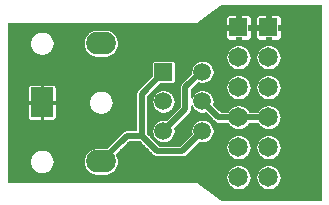
<source format=gbl>
%FSLAX33Y33*%
%MOMM*%
%AMRR-H1920000-W2520000-R960000-RO0.000*
21,1,0.6,1.92,0.,0.,360*
1,1,1.92,-0.3,0.*
1,1,1.92,0.3,0.*
1,1,1.92,0.3,-0.*
1,1,1.92,-0.3,0.*%
%AMRect-W1500000-H1500000-RO0.500*
21,1,1.5,1.5,0.,0.,270*%
%ADD10C,0.0508*%
%ADD11C,0.508*%
%ADD12R,1.65X1.65*%
%ADD13C,1.65*%
%ADD14R,1.92X2.52*%
%ADD15RR-H1920000-W2520000-R960000-RO0.000*%
%ADD16C,1.5*%
%ADD17Rect-W1500000-H1500000-RO0.500*%
D10*
%LNpour fill*%
G01*
X27000Y17000D02*
X27000Y17000D01*
X18500Y17000*
X16500Y15500*
X16500Y15500*
X0500Y15500*
X0500Y2000*
X16500Y2000*
X16500Y2000*
X18500Y0500*
X27000Y0500*
X27000Y17000*
X20825Y14071D02*
X20200Y14071D01*
X20200Y14326*
X19800Y14326*
X19800Y14071*
X19175Y14071*
X19143Y14073*
X19112Y14081*
X19082Y14093*
X19055Y14110*
X19031Y14131*
X19010Y14155*
X18993Y14182*
X18981Y14212*
X18973Y14243*
X18971Y14275*
X18971Y14900*
X19226Y14900*
X19226Y15300*
X18971Y15300*
X18971Y15925*
X18973Y15957*
X18981Y15988*
X18993Y16018*
X19010Y16045*
X19031Y16069*
X19055Y16090*
X19082Y16107*
X19112Y16119*
X19143Y16127*
X19175Y16129*
X19800Y16129*
X19800Y15874*
X20200Y15874*
X20200Y16129*
X20825Y16129*
X20857Y16127*
X20888Y16119*
X20918Y16107*
X20945Y16090*
X20969Y16069*
X20990Y16045*
X21007Y16018*
X21019Y15988*
X21027Y15957*
X21029Y15925*
X21029Y15300*
X20774Y15300*
X20774Y14900*
X21029Y14900*
X21029Y14275*
X21027Y14243*
X21019Y14212*
X21007Y14182*
X20990Y14155*
X20969Y14131*
X20945Y14110*
X20918Y14093*
X20888Y14081*
X20857Y14073*
X20825Y14071*
X23365Y14071D02*
X22740Y14071D01*
X22740Y14326*
X22340Y14326*
X22340Y14071*
X21715Y14071*
X21683Y14073*
X21652Y14081*
X21622Y14093*
X21595Y14110*
X21571Y14131*
X21550Y14155*
X21533Y14182*
X21521Y14212*
X21513Y14243*
X21511Y14275*
X21511Y14900*
X21766Y14900*
X21766Y15300*
X21511Y15300*
X21511Y15925*
X21513Y15957*
X21521Y15988*
X21533Y16018*
X21550Y16045*
X21571Y16069*
X21595Y16090*
X21622Y16107*
X21652Y16119*
X21683Y16127*
X21715Y16129*
X22340Y16129*
X22340Y15874*
X22740Y15874*
X22740Y16129*
X23365Y16129*
X23397Y16127*
X23428Y16119*
X23458Y16107*
X23485Y16090*
X23509Y16069*
X23530Y16045*
X23547Y16018*
X23559Y15988*
X23567Y15957*
X23569Y15925*
X23569Y15300*
X23314Y15300*
X23314Y14900*
X23569Y14900*
X23569Y14275*
X23567Y14243*
X23559Y14212*
X23547Y14182*
X23530Y14155*
X23509Y14131*
X23485Y14110*
X23458Y14093*
X23428Y14081*
X23397Y14073*
X23365Y14071*
X8650Y12587D02*
X8050Y12587D01*
X7848Y12604*
X7652Y12657*
X7468Y12743*
X7302Y12859*
X7159Y13002*
X7043Y13168*
X6957Y13352*
X6904Y13548*
X6887Y13750*
X6904Y13952*
X6957Y14148*
X7043Y14332*
X7159Y14498*
X7302Y14641*
X7468Y14757*
X7652Y14843*
X7848Y14896*
X8050Y14913*
X8650Y14913*
X8852Y14896*
X9048Y14843*
X9232Y14757*
X9398Y14641*
X9541Y14498*
X9657Y14332*
X9743Y14148*
X9796Y13952*
X9813Y13750*
X9796Y13548*
X9743Y13352*
X9657Y13168*
X9541Y13002*
X9398Y12859*
X9232Y12743*
X9048Y12657*
X8852Y12604*
X8650Y12587*
X3471Y12753D02*
X3229Y12753D01*
X2994Y12811*
X2780Y12924*
X2598Y13084*
X2461Y13283*
X2375Y13510*
X2346Y13750*
X2375Y13990*
X2461Y14217*
X2598Y14416*
X2780Y14576*
X2994Y14689*
X3229Y14747*
X3471Y14747*
X3706Y14689*
X3920Y14576*
X4102Y14416*
X4239Y14217*
X4325Y13990*
X4354Y13750*
X4325Y13510*
X4239Y13283*
X4102Y13084*
X3920Y12924*
X3706Y12811*
X3471Y12753*
X20124Y11538D02*
X19876Y11538D01*
X19635Y11598*
X19415Y11713*
X19230Y11878*
X19089Y12082*
X19001Y12314*
X18971Y12560*
X19001Y12806*
X19089Y13038*
X19230Y13242*
X19415Y13407*
X19635Y13522*
X19876Y13582*
X20124Y13582*
X20365Y13522*
X20585Y13407*
X20770Y13242*
X20911Y13038*
X20999Y12806*
X21029Y12560*
X20999Y12314*
X20911Y12082*
X20770Y11878*
X20585Y11713*
X20365Y11598*
X20124Y11538*
X22664Y11538D02*
X22416Y11538D01*
X22175Y11598*
X21955Y11713*
X21770Y11878*
X21629Y12082*
X21541Y12314*
X21511Y12560*
X21541Y12806*
X21629Y13038*
X21770Y13242*
X21955Y13407*
X22175Y13522*
X22416Y13582*
X22664Y13582*
X22905Y13522*
X23125Y13407*
X23310Y13242*
X23451Y13038*
X23539Y12806*
X23569Y12560*
X23539Y12314*
X23451Y12082*
X23310Y11878*
X23125Y11713*
X22905Y11598*
X22664Y11538*
X8650Y2587D02*
X8050Y2587D01*
X7848Y2604*
X7652Y2657*
X7468Y2743*
X7302Y2859*
X7159Y3002*
X7043Y3168*
X6957Y3352*
X6904Y3548*
X6887Y3750*
X6904Y3952*
X6957Y4148*
X7043Y4332*
X7159Y4498*
X7302Y4641*
X7468Y4757*
X7652Y4843*
X7848Y4896*
X8050Y4913*
X8650Y4913*
X8848Y4896*
X10201Y6249*
X10270Y6306*
X10350Y6348*
X10436Y6374*
X10525Y6383*
X11342Y6383*
X11342Y9475*
X11351Y9564*
X11377Y9650*
X11419Y9730*
X11476Y9799*
X12696Y11019*
X12696Y12075*
X12698Y12107*
X12706Y12138*
X12718Y12168*
X12735Y12195*
X12756Y12219*
X12780Y12240*
X12807Y12257*
X12837Y12269*
X12868Y12277*
X12900Y12279*
X14400Y12279*
X14432Y12277*
X14463Y12269*
X14493Y12257*
X14520Y12240*
X14544Y12219*
X14565Y12195*
X14582Y12168*
X14594Y12138*
X14602Y12107*
X14604Y12075*
X14604Y10575*
X14602Y10543*
X14594Y10512*
X14582Y10482*
X14565Y10455*
X14544Y10431*
X14520Y10410*
X14493Y10393*
X14463Y10381*
X14432Y10373*
X14400Y10371*
X13344Y10371*
X12258Y9285*
X12258Y6115*
X13290Y5083*
X15060Y5083*
X16037Y6060*
X16024Y6097*
X15996Y6325*
X16024Y6553*
X16105Y6768*
X16236Y6958*
X16408Y7110*
X16612Y7217*
X16835Y7272*
X17065Y7272*
X17288Y7217*
X17492Y7110*
X17664Y6958*
X17795Y6768*
X17876Y6553*
X17904Y6325*
X17876Y6097*
X17795Y5882*
X17664Y5692*
X17492Y5540*
X17288Y5433*
X17065Y5378*
X16835Y5378*
X16687Y5414*
X15574Y4301*
X15505Y4244*
X15425Y4202*
X15339Y4176*
X15250Y4167*
X13100Y4167*
X13011Y4176*
X12925Y4202*
X12845Y4244*
X12776Y4301*
X11610Y5467*
X10715Y5467*
X9625Y4377*
X9657Y4332*
X9743Y4148*
X9796Y3952*
X9813Y3750*
X9796Y3548*
X9743Y3352*
X9657Y3168*
X9541Y3002*
X9398Y2859*
X9232Y2743*
X9048Y2657*
X8852Y2604*
X8650Y2587*
X13765Y5378D02*
X13535Y5378D01*
X13312Y5433*
X13108Y5540*
X12936Y5692*
X12805Y5882*
X12724Y6097*
X12696Y6325*
X12724Y6553*
X12805Y6768*
X12936Y6958*
X13108Y7110*
X13312Y7217*
X13535Y7272*
X13765Y7272*
X13913Y7236*
X15042Y8365*
X15042Y10025*
X15051Y10114*
X15077Y10200*
X15119Y10280*
X15176Y10349*
X16013Y11186*
X15996Y11325*
X16024Y11553*
X16105Y11768*
X16236Y11958*
X16408Y12110*
X16612Y12217*
X16835Y12272*
X17065Y12272*
X17288Y12217*
X17492Y12110*
X17664Y11958*
X17795Y11768*
X17876Y11553*
X17904Y11325*
X17876Y11097*
X17795Y10882*
X17664Y10692*
X17492Y10540*
X17288Y10433*
X17065Y10378*
X16835Y10378*
X16612Y10433*
X16575Y10452*
X15958Y9835*
X15958Y9175*
X16062Y9156*
X16105Y9268*
X16236Y9458*
X16408Y9610*
X16612Y9717*
X16835Y9772*
X17065Y9772*
X17288Y9717*
X17492Y9610*
X17664Y9458*
X17795Y9268*
X17876Y9053*
X17904Y8825*
X17876Y8597*
X17863Y8560*
X18485Y7938*
X19075Y7938*
X19230Y8162*
X19415Y8327*
X19635Y8442*
X19876Y8502*
X20124Y8502*
X20365Y8442*
X20585Y8327*
X20770Y8162*
X20925Y7938*
X21615Y7938*
X21770Y8162*
X21955Y8327*
X22175Y8442*
X22416Y8502*
X22664Y8502*
X22905Y8442*
X23125Y8327*
X23310Y8162*
X23451Y7958*
X23539Y7726*
X23569Y7480*
X23539Y7234*
X23451Y7002*
X23310Y6798*
X23125Y6633*
X22905Y6518*
X22664Y6458*
X22416Y6458*
X22175Y6518*
X21955Y6633*
X21770Y6798*
X21615Y7022*
X20925Y7022*
X20770Y6798*
X20585Y6633*
X20365Y6518*
X20124Y6458*
X19876Y6458*
X19635Y6518*
X19415Y6633*
X19230Y6798*
X19075Y7022*
X18295Y7022*
X18206Y7031*
X18120Y7057*
X18040Y7099*
X17971Y7156*
X17213Y7914*
X17065Y7878*
X16835Y7878*
X16612Y7933*
X16408Y8040*
X16236Y8192*
X16105Y8382*
X16062Y8494*
X15958Y8475*
X15958Y8175*
X15949Y8086*
X15923Y8000*
X15881Y7920*
X15824Y7851*
X14563Y6590*
X14576Y6553*
X14604Y6325*
X14576Y6097*
X14495Y5882*
X14364Y5692*
X14192Y5540*
X13988Y5433*
X13765Y5378*
X20124Y8998D02*
X19876Y8998D01*
X19635Y9058*
X19415Y9173*
X19230Y9338*
X19089Y9542*
X19001Y9774*
X18971Y10020*
X19001Y10266*
X19089Y10498*
X19230Y10702*
X19415Y10867*
X19635Y10982*
X19876Y11042*
X20124Y11042*
X20365Y10982*
X20585Y10867*
X20770Y10702*
X20911Y10498*
X20999Y10266*
X21029Y10020*
X20999Y9774*
X20911Y9542*
X20770Y9338*
X20585Y9173*
X20365Y9058*
X20124Y8998*
X22664Y8998D02*
X22416Y8998D01*
X22175Y9058*
X21955Y9173*
X21770Y9338*
X21629Y9542*
X21541Y9774*
X21511Y10020*
X21541Y10266*
X21629Y10498*
X21770Y10702*
X21955Y10867*
X22175Y10982*
X22416Y11042*
X22664Y11042*
X22905Y10982*
X23125Y10867*
X23310Y10702*
X23451Y10498*
X23539Y10266*
X23569Y10020*
X23539Y9774*
X23451Y9542*
X23310Y9338*
X23125Y9173*
X22905Y9058*
X22664Y8998*
X4310Y7286D02*
X3452Y7286D01*
X3452Y7541*
X3248Y7541*
X3248Y7286*
X2390Y7286*
X2358Y7288*
X2327Y7296*
X2297Y7308*
X2270Y7325*
X2246Y7346*
X2225Y7370*
X2208Y7397*
X2196Y7427*
X2188Y7458*
X2186Y7490*
X2186Y8648*
X2441Y8648*
X2441Y8852*
X2186Y8852*
X2186Y10010*
X2188Y10042*
X2196Y10073*
X2208Y10103*
X2225Y10130*
X2246Y10154*
X2270Y10175*
X2297Y10192*
X2327Y10204*
X2358Y10212*
X2390Y10214*
X3248Y10214*
X3248Y9959*
X3452Y9959*
X3452Y10214*
X4310Y10214*
X4342Y10212*
X4373Y10204*
X4403Y10192*
X4430Y10175*
X4454Y10154*
X4475Y10130*
X4492Y10103*
X4504Y10073*
X4512Y10042*
X4514Y10010*
X4514Y8852*
X4259Y8852*
X4259Y8648*
X4514Y8648*
X4514Y7490*
X4512Y7458*
X4504Y7427*
X4492Y7397*
X4475Y7370*
X4454Y7346*
X4430Y7325*
X4403Y7308*
X4373Y7296*
X4342Y7288*
X4310Y7286*
X13765Y7878D02*
X13535Y7878D01*
X13312Y7933*
X13108Y8040*
X12936Y8192*
X12805Y8382*
X12724Y8597*
X12696Y8825*
X12724Y9053*
X12805Y9268*
X12936Y9458*
X13108Y9610*
X13312Y9717*
X13535Y9772*
X13765Y9772*
X13988Y9717*
X14192Y9610*
X14364Y9458*
X14495Y9268*
X14576Y9053*
X14604Y8825*
X14576Y8597*
X14495Y8382*
X14364Y8192*
X14192Y8040*
X13988Y7933*
X13765Y7878*
X8471Y7753D02*
X8229Y7753D01*
X7994Y7811*
X7780Y7924*
X7598Y8084*
X7461Y8283*
X7375Y8510*
X7346Y8750*
X7375Y8990*
X7461Y9217*
X7598Y9416*
X7780Y9576*
X7994Y9689*
X8229Y9747*
X8471Y9747*
X8706Y9689*
X8920Y9576*
X9102Y9416*
X9239Y9217*
X9325Y8990*
X9354Y8750*
X9325Y8510*
X9239Y8283*
X9102Y8084*
X8920Y7924*
X8706Y7811*
X8471Y7753*
X20124Y3918D02*
X19876Y3918D01*
X19635Y3978*
X19415Y4093*
X19230Y4258*
X19089Y4462*
X19001Y4694*
X18971Y4940*
X19001Y5186*
X19089Y5418*
X19230Y5622*
X19415Y5787*
X19635Y5902*
X19876Y5962*
X20124Y5962*
X20365Y5902*
X20585Y5787*
X20770Y5622*
X20911Y5418*
X20999Y5186*
X21029Y4940*
X20999Y4694*
X20911Y4462*
X20770Y4258*
X20585Y4093*
X20365Y3978*
X20124Y3918*
X22664Y3918D02*
X22416Y3918D01*
X22175Y3978*
X21955Y4093*
X21770Y4258*
X21629Y4462*
X21541Y4694*
X21511Y4940*
X21541Y5186*
X21629Y5418*
X21770Y5622*
X21955Y5787*
X22175Y5902*
X22416Y5962*
X22664Y5962*
X22905Y5902*
X23125Y5787*
X23310Y5622*
X23451Y5418*
X23539Y5186*
X23569Y4940*
X23539Y4694*
X23451Y4462*
X23310Y4258*
X23125Y4093*
X22905Y3978*
X22664Y3918*
X3471Y2753D02*
X3229Y2753D01*
X2994Y2811*
X2780Y2924*
X2598Y3084*
X2461Y3283*
X2375Y3510*
X2346Y3750*
X2375Y3990*
X2461Y4217*
X2598Y4416*
X2780Y4576*
X2994Y4689*
X3229Y4747*
X3471Y4747*
X3706Y4689*
X3920Y4576*
X4102Y4416*
X4239Y4217*
X4325Y3990*
X4354Y3750*
X4325Y3510*
X4239Y3283*
X4102Y3084*
X3920Y2924*
X3706Y2811*
X3471Y2753*
X20124Y1378D02*
X19876Y1378D01*
X19635Y1438*
X19415Y1553*
X19230Y1718*
X19089Y1922*
X19001Y2154*
X18971Y2400*
X19001Y2646*
X19089Y2878*
X19230Y3082*
X19415Y3247*
X19635Y3362*
X19876Y3422*
X20124Y3422*
X20365Y3362*
X20585Y3247*
X20770Y3082*
X20911Y2878*
X20999Y2646*
X21029Y2400*
X20999Y2154*
X20911Y1922*
X20770Y1718*
X20585Y1553*
X20365Y1438*
X20124Y1378*
X22664Y1378D02*
X22416Y1378D01*
X22175Y1438*
X21955Y1553*
X21770Y1718*
X21629Y1922*
X21541Y2154*
X21511Y2400*
X21541Y2646*
X21629Y2878*
X21770Y3082*
X21955Y3247*
X22175Y3362*
X22416Y3422*
X22664Y3422*
X22905Y3362*
X23125Y3247*
X23310Y3082*
X23451Y2878*
X23539Y2646*
X23569Y2400*
X23539Y2154*
X23451Y1922*
X23310Y1718*
X23125Y1553*
X22905Y1438*
X22664Y1378*
X18434Y0550D02*
X27000Y0550D01*
X18368Y0599D02*
X27000Y0599D01*
X18302Y0649D02*
X27000Y0649D01*
X18236Y0698D02*
X27000Y0698D01*
X18170Y0748D02*
X27000Y0748D01*
X18104Y0797D02*
X27000Y0797D01*
X18038Y0847D02*
X27000Y0847D01*
X17972Y0896D02*
X27000Y0896D01*
X17906Y0946D02*
X27000Y0946D01*
X17840Y0995D02*
X27000Y0995D01*
X17774Y1045D02*
X27000Y1045D01*
X17708Y1094D02*
X27000Y1094D01*
X17641Y1144D02*
X27000Y1144D01*
X17575Y1193D02*
X27000Y1193D01*
X17509Y1243D02*
X27000Y1243D01*
X17443Y1292D02*
X27000Y1292D01*
X17377Y1342D02*
X27000Y1342D01*
X17311Y1392D02*
X19821Y1392D01*
X20179Y1392D02*
X22361Y1392D01*
X22719Y1392D02*
X27000Y1392D01*
X17245Y1441D02*
X19628Y1441D01*
X20372Y1441D02*
X22168Y1441D01*
X22912Y1441D02*
X27000Y1441D01*
X17179Y1491D02*
X19534Y1491D01*
X20466Y1491D02*
X22074Y1491D01*
X23006Y1491D02*
X27000Y1491D01*
X17113Y1540D02*
X19439Y1540D01*
X20561Y1540D02*
X21979Y1540D01*
X23101Y1540D02*
X27000Y1540D01*
X17047Y1590D02*
X19374Y1590D01*
X20626Y1590D02*
X21914Y1590D01*
X23166Y1590D02*
X27000Y1590D01*
X16981Y1639D02*
X19318Y1639D01*
X20682Y1639D02*
X21858Y1639D01*
X23222Y1639D02*
X27000Y1639D01*
X16915Y1689D02*
X19262Y1689D01*
X20738Y1689D02*
X21802Y1689D01*
X23278Y1689D02*
X27000Y1689D01*
X16849Y1738D02*
X19215Y1738D01*
X20785Y1738D02*
X21755Y1738D01*
X23325Y1738D02*
X27000Y1738D01*
X16783Y1788D02*
X19181Y1788D01*
X20819Y1788D02*
X21721Y1788D01*
X23359Y1788D02*
X27000Y1788D01*
X16717Y1837D02*
X19147Y1837D01*
X20853Y1837D02*
X21687Y1837D01*
X23393Y1837D02*
X27000Y1837D01*
X16651Y1887D02*
X19112Y1887D01*
X20888Y1887D02*
X21652Y1887D01*
X23428Y1887D02*
X27000Y1887D01*
X16585Y1936D02*
X19083Y1936D01*
X20917Y1936D02*
X21623Y1936D01*
X23457Y1936D02*
X27000Y1936D01*
X16519Y1986D02*
X19064Y1986D01*
X20936Y1986D02*
X21604Y1986D01*
X23476Y1986D02*
X27000Y1986D01*
X0500Y2035D02*
X19045Y2035D01*
X20955Y2035D02*
X21585Y2035D01*
X23495Y2035D02*
X27000Y2035D01*
X0500Y2085D02*
X19027Y2085D01*
X20973Y2085D02*
X21567Y2085D01*
X23513Y2085D02*
X27000Y2085D01*
X0500Y2134D02*
X19008Y2134D01*
X20992Y2134D02*
X21548Y2134D01*
X23532Y2134D02*
X27000Y2134D01*
X0500Y2184D02*
X18997Y2184D01*
X21003Y2184D02*
X21537Y2184D01*
X23543Y2184D02*
X27000Y2184D01*
X0500Y2234D02*
X18991Y2234D01*
X21009Y2234D02*
X21531Y2234D01*
X23549Y2234D02*
X27000Y2234D01*
X0500Y2283D02*
X18985Y2283D01*
X21015Y2283D02*
X21525Y2283D01*
X23555Y2283D02*
X27000Y2283D01*
X0500Y2333D02*
X18979Y2333D01*
X21021Y2333D02*
X21519Y2333D01*
X23561Y2333D02*
X27000Y2333D01*
X0500Y2382D02*
X18973Y2382D01*
X21027Y2382D02*
X21513Y2382D01*
X23567Y2382D02*
X27000Y2382D01*
X0500Y2432D02*
X18974Y2432D01*
X21026Y2432D02*
X21514Y2432D01*
X23566Y2432D02*
X27000Y2432D01*
X0500Y2481D02*
X18980Y2481D01*
X21020Y2481D02*
X21520Y2481D01*
X23560Y2481D02*
X27000Y2481D01*
X0500Y2531D02*
X18986Y2531D01*
X21014Y2531D02*
X21526Y2531D01*
X23554Y2531D02*
X27000Y2531D01*
X0500Y2580D02*
X18992Y2580D01*
X21008Y2580D02*
X21532Y2580D01*
X23548Y2580D02*
X27000Y2580D01*
X0500Y2630D02*
X7753Y2630D01*
X8947Y2630D02*
X18998Y2630D01*
X21002Y2630D02*
X21538Y2630D01*
X23542Y2630D02*
X27000Y2630D01*
X0500Y2679D02*
X7604Y2679D01*
X9096Y2679D02*
X19013Y2679D01*
X20987Y2679D02*
X21553Y2679D01*
X23527Y2679D02*
X27000Y2679D01*
X0500Y2729D02*
X7497Y2729D01*
X9203Y2729D02*
X19032Y2729D01*
X20968Y2729D02*
X21572Y2729D01*
X23508Y2729D02*
X27000Y2729D01*
X0500Y2778D02*
X3125Y2778D01*
X3575Y2778D02*
X7417Y2778D01*
X9283Y2778D02*
X19051Y2778D01*
X20949Y2778D02*
X21591Y2778D01*
X23489Y2778D02*
X27000Y2778D01*
X0500Y2828D02*
X2961Y2828D01*
X3739Y2828D02*
X7346Y2828D01*
X9354Y2828D02*
X19069Y2828D01*
X20931Y2828D02*
X21609Y2828D01*
X23471Y2828D02*
X27000Y2828D01*
X0500Y2877D02*
X2867Y2877D01*
X3833Y2877D02*
X7283Y2877D01*
X9417Y2877D02*
X19088Y2877D01*
X20912Y2877D02*
X21628Y2877D01*
X23452Y2877D02*
X27000Y2877D01*
X0500Y2927D02*
X2775Y2927D01*
X3925Y2927D02*
X7234Y2927D01*
X9466Y2927D02*
X19122Y2927D01*
X20878Y2927D02*
X21662Y2927D01*
X23418Y2927D02*
X27000Y2927D01*
X0500Y2977D02*
X2719Y2977D01*
X3981Y2977D02*
X7184Y2977D01*
X9516Y2977D02*
X19156Y2977D01*
X20844Y2977D02*
X21696Y2977D01*
X23384Y2977D02*
X27000Y2977D01*
X0500Y3026D02*
X2663Y3026D01*
X4036Y3026D02*
X7142Y3026D01*
X9558Y3026D02*
X19190Y3026D01*
X20810Y3026D02*
X21730Y3026D01*
X23350Y3026D02*
X27000Y3026D01*
X0500Y3076D02*
X2608Y3076D01*
X4092Y3076D02*
X7107Y3076D01*
X9593Y3076D02*
X19225Y3076D01*
X20775Y3076D02*
X21765Y3076D01*
X23315Y3076D02*
X27000Y3076D01*
X0500Y3125D02*
X2570Y3125D01*
X4130Y3125D02*
X7073Y3125D01*
X9627Y3125D02*
X19277Y3125D01*
X20723Y3125D02*
X21817Y3125D01*
X23263Y3125D02*
X27000Y3125D01*
X0500Y3175D02*
X2536Y3175D01*
X4164Y3175D02*
X7039Y3175D01*
X9661Y3175D02*
X19333Y3175D01*
X20667Y3175D02*
X21873Y3175D01*
X23207Y3175D02*
X27000Y3175D01*
X0500Y3224D02*
X2501Y3224D01*
X4199Y3224D02*
X7016Y3224D01*
X9684Y3224D02*
X19389Y3224D01*
X20611Y3224D02*
X21929Y3224D01*
X23151Y3224D02*
X27000Y3224D01*
X0500Y3274D02*
X2467Y3274D01*
X4233Y3274D02*
X6993Y3274D01*
X9707Y3274D02*
X19466Y3274D01*
X20534Y3274D02*
X22006Y3274D01*
X23074Y3274D02*
X27000Y3274D01*
X0500Y3323D02*
X2445Y3323D01*
X4255Y3323D02*
X6970Y3323D01*
X9730Y3323D02*
X19560Y3323D01*
X20440Y3323D02*
X22100Y3323D01*
X22980Y3323D02*
X27000Y3323D01*
X0500Y3373D02*
X2427Y3373D01*
X4273Y3373D02*
X6951Y3373D01*
X9749Y3373D02*
X19676Y3373D01*
X20324Y3373D02*
X22216Y3373D01*
X22864Y3373D02*
X27000Y3373D01*
X0500Y3422D02*
X2408Y3422D01*
X4292Y3422D02*
X6938Y3422D01*
X9762Y3422D02*
X27000Y3422D01*
X0500Y3472D02*
X2389Y3472D01*
X4311Y3472D02*
X6925Y3472D01*
X9775Y3472D02*
X27000Y3472D01*
X0500Y3521D02*
X2373Y3521D01*
X4327Y3521D02*
X6911Y3521D01*
X9789Y3521D02*
X27000Y3521D01*
X0500Y3571D02*
X2367Y3571D01*
X4333Y3571D02*
X6902Y3571D01*
X9798Y3571D02*
X27000Y3571D01*
X0500Y3620D02*
X2361Y3620D01*
X4339Y3620D02*
X6898Y3620D01*
X9802Y3620D02*
X27000Y3620D01*
X0500Y3670D02*
X2355Y3670D01*
X4345Y3670D02*
X6894Y3670D01*
X9806Y3670D02*
X27000Y3670D01*
X0500Y3719D02*
X2349Y3719D01*
X4351Y3719D02*
X6889Y3719D01*
X9811Y3719D02*
X27000Y3719D01*
X0500Y3769D02*
X2348Y3769D01*
X4352Y3769D02*
X6888Y3769D01*
X9812Y3769D02*
X27000Y3769D01*
X0500Y3819D02*
X2354Y3819D01*
X4346Y3819D02*
X6893Y3819D01*
X9807Y3819D02*
X27000Y3819D01*
X0500Y3868D02*
X2360Y3868D01*
X4340Y3868D02*
X6897Y3868D01*
X9803Y3868D02*
X27000Y3868D01*
X0500Y3918D02*
X2366Y3918D01*
X4334Y3918D02*
X6901Y3918D01*
X9799Y3918D02*
X27000Y3918D01*
X0500Y3967D02*
X2372Y3967D01*
X4328Y3967D02*
X6908Y3967D01*
X9792Y3967D02*
X19677Y3967D01*
X20323Y3967D02*
X22217Y3967D01*
X22863Y3967D02*
X27000Y3967D01*
X0500Y4017D02*
X2385Y4017D01*
X4315Y4017D02*
X6922Y4017D01*
X9778Y4017D02*
X19560Y4017D01*
X20440Y4017D02*
X22100Y4017D01*
X22980Y4017D02*
X27000Y4017D01*
X0500Y4066D02*
X2403Y4066D01*
X4297Y4066D02*
X6935Y4066D01*
X9765Y4066D02*
X19466Y4066D01*
X20534Y4066D02*
X22006Y4066D01*
X23074Y4066D02*
X27000Y4066D01*
X0500Y4116D02*
X2422Y4116D01*
X4278Y4116D02*
X6948Y4116D01*
X9752Y4116D02*
X19389Y4116D01*
X20611Y4116D02*
X21929Y4116D01*
X23151Y4116D02*
X27000Y4116D01*
X0500Y4165D02*
X2441Y4165D01*
X4259Y4165D02*
X6965Y4165D01*
X9735Y4165D02*
X19333Y4165D01*
X20667Y4165D02*
X21873Y4165D01*
X23207Y4165D02*
X27000Y4165D01*
X0500Y4215D02*
X2460Y4215D01*
X4240Y4215D02*
X6988Y4215D01*
X9712Y4215D02*
X12900Y4215D01*
X15450Y4215D02*
X19278Y4215D01*
X20722Y4215D02*
X21818Y4215D01*
X23262Y4215D02*
X27000Y4215D01*
X0500Y4264D02*
X2493Y4264D01*
X4207Y4264D02*
X7011Y4264D01*
X9689Y4264D02*
X12820Y4264D01*
X15530Y4264D02*
X19225Y4264D01*
X20775Y4264D02*
X21765Y4264D01*
X23315Y4264D02*
X27000Y4264D01*
X0500Y4314D02*
X2528Y4314D01*
X4172Y4314D02*
X7034Y4314D01*
X9666Y4314D02*
X12763Y4314D01*
X15587Y4314D02*
X19190Y4314D01*
X20810Y4314D02*
X21730Y4314D01*
X23350Y4314D02*
X27000Y4314D01*
X0500Y4363D02*
X2562Y4363D01*
X4138Y4363D02*
X7065Y4363D01*
X9635Y4363D02*
X12713Y4363D01*
X15637Y4363D02*
X19156Y4363D01*
X20844Y4363D02*
X21696Y4363D01*
X23384Y4363D02*
X27000Y4363D01*
X0500Y4413D02*
X2596Y4413D01*
X4104Y4413D02*
X7099Y4413D01*
X9661Y4413D02*
X12664Y4413D01*
X15686Y4413D02*
X19122Y4413D01*
X20878Y4413D02*
X21662Y4413D01*
X23418Y4413D02*
X27000Y4413D01*
X0500Y4462D02*
X2650Y4462D01*
X4050Y4462D02*
X7134Y4462D01*
X9711Y4462D02*
X12614Y4462D01*
X15736Y4462D02*
X19088Y4462D01*
X20912Y4462D02*
X21628Y4462D01*
X23452Y4462D02*
X27000Y4462D01*
X0500Y4512D02*
X2706Y4512D01*
X3994Y4512D02*
X7173Y4512D01*
X9760Y4512D02*
X12565Y4512D01*
X15785Y4512D02*
X19069Y4512D01*
X20931Y4512D02*
X21609Y4512D01*
X23471Y4512D02*
X27000Y4512D01*
X0500Y4561D02*
X2762Y4561D01*
X3938Y4561D02*
X7222Y4561D01*
X9810Y4561D02*
X12515Y4561D01*
X15835Y4561D02*
X19051Y4561D01*
X20949Y4561D02*
X21591Y4561D01*
X23489Y4561D02*
X27000Y4561D01*
X0500Y4611D02*
X2845Y4611D01*
X3855Y4611D02*
X7272Y4611D01*
X9859Y4611D02*
X12466Y4611D01*
X15884Y4611D02*
X19032Y4611D01*
X20968Y4611D02*
X21572Y4611D01*
X23508Y4611D02*
X27000Y4611D01*
X0500Y4661D02*
X2939Y4661D01*
X3761Y4661D02*
X7330Y4661D01*
X9909Y4661D02*
X12416Y4661D01*
X15934Y4661D02*
X19013Y4661D01*
X20987Y4661D02*
X21553Y4661D01*
X23527Y4661D02*
X27000Y4661D01*
X0500Y4710D02*
X3078Y4710D01*
X3622Y4710D02*
X7400Y4710D01*
X9958Y4710D02*
X12367Y4710D01*
X15983Y4710D02*
X18998Y4710D01*
X21002Y4710D02*
X21538Y4710D01*
X23542Y4710D02*
X27000Y4710D01*
X0500Y4760D02*
X7473Y4760D01*
X10008Y4760D02*
X12317Y4760D01*
X16033Y4760D02*
X18992Y4760D01*
X21008Y4760D02*
X21532Y4760D01*
X23548Y4760D02*
X27000Y4760D01*
X0500Y4809D02*
X7579Y4809D01*
X10057Y4809D02*
X12268Y4809D01*
X16082Y4809D02*
X18986Y4809D01*
X21014Y4809D02*
X21526Y4809D01*
X23554Y4809D02*
X27000Y4809D01*
X0500Y4859D02*
X7709Y4859D01*
X10107Y4859D02*
X12218Y4859D01*
X16132Y4859D02*
X18980Y4859D01*
X21020Y4859D02*
X21520Y4859D01*
X23560Y4859D02*
X27000Y4859D01*
X0500Y4908D02*
X7990Y4908D01*
X8710Y4908D02*
X8860Y4908D01*
X10157Y4908D02*
X12168Y4908D01*
X16182Y4908D02*
X18974Y4908D01*
X21026Y4908D02*
X21514Y4908D01*
X23566Y4908D02*
X27000Y4908D01*
X0500Y4958D02*
X8909Y4958D01*
X10206Y4958D02*
X12119Y4958D01*
X16231Y4958D02*
X18973Y4958D01*
X21027Y4958D02*
X21513Y4958D01*
X23567Y4958D02*
X27000Y4958D01*
X0500Y5007D02*
X8959Y5007D01*
X10256Y5007D02*
X12069Y5007D01*
X16281Y5007D02*
X18979Y5007D01*
X21021Y5007D02*
X21519Y5007D01*
X23561Y5007D02*
X27000Y5007D01*
X0500Y5057D02*
X9008Y5057D01*
X10305Y5057D02*
X12020Y5057D01*
X16330Y5057D02*
X18985Y5057D01*
X21015Y5057D02*
X21525Y5057D01*
X23555Y5057D02*
X27000Y5057D01*
X0500Y5106D02*
X9058Y5106D01*
X10355Y5106D02*
X11970Y5106D01*
X13267Y5106D02*
X15083Y5106D01*
X16380Y5106D02*
X18991Y5106D01*
X21009Y5106D02*
X21531Y5106D01*
X23549Y5106D02*
X27000Y5106D01*
X0500Y5156D02*
X9107Y5156D01*
X10404Y5156D02*
X11921Y5156D01*
X13218Y5156D02*
X15132Y5156D01*
X16429Y5156D02*
X18997Y5156D01*
X21003Y5156D02*
X21537Y5156D01*
X23543Y5156D02*
X27000Y5156D01*
X0500Y5205D02*
X9157Y5205D01*
X10454Y5205D02*
X11871Y5205D01*
X13168Y5205D02*
X15182Y5205D01*
X16479Y5205D02*
X19008Y5205D01*
X20992Y5205D02*
X21548Y5205D01*
X23532Y5205D02*
X27000Y5205D01*
X0500Y5255D02*
X9207Y5255D01*
X10503Y5255D02*
X11822Y5255D01*
X13118Y5255D02*
X15232Y5255D01*
X16528Y5255D02*
X19026Y5255D01*
X20974Y5255D02*
X21566Y5255D01*
X23514Y5255D02*
X27000Y5255D01*
X0500Y5304D02*
X9256Y5304D01*
X10553Y5304D02*
X11772Y5304D01*
X13069Y5304D02*
X15281Y5304D01*
X16578Y5304D02*
X19045Y5304D01*
X20955Y5304D02*
X21585Y5304D01*
X23495Y5304D02*
X27000Y5304D01*
X0500Y5354D02*
X9306Y5354D01*
X10602Y5354D02*
X11723Y5354D01*
X13019Y5354D02*
X15331Y5354D01*
X16627Y5354D02*
X19064Y5354D01*
X20936Y5354D02*
X21604Y5354D01*
X23476Y5354D02*
X27000Y5354D01*
X0500Y5403D02*
X9355Y5403D01*
X10652Y5403D02*
X11673Y5403D01*
X12970Y5403D02*
X13430Y5403D01*
X13870Y5403D02*
X15380Y5403D01*
X16677Y5403D02*
X16730Y5403D01*
X17170Y5403D02*
X19083Y5403D01*
X20917Y5403D02*
X21623Y5403D01*
X23457Y5403D02*
X27000Y5403D01*
X0500Y5453D02*
X9405Y5453D01*
X10701Y5453D02*
X11624Y5453D01*
X12920Y5453D02*
X13273Y5453D01*
X14027Y5453D02*
X15430Y5453D01*
X17327Y5453D02*
X19112Y5453D01*
X20888Y5453D02*
X21652Y5453D01*
X23428Y5453D02*
X27000Y5453D01*
X0500Y5503D02*
X9454Y5503D01*
X12871Y5503D02*
X13178Y5503D01*
X14122Y5503D02*
X15479Y5503D01*
X17422Y5503D02*
X19147Y5503D01*
X20853Y5503D02*
X21687Y5503D01*
X23393Y5503D02*
X27000Y5503D01*
X0500Y5552D02*
X9504Y5552D01*
X12821Y5552D02*
X13094Y5552D01*
X14206Y5552D02*
X15529Y5552D01*
X17506Y5552D02*
X19181Y5552D01*
X20819Y5552D02*
X21721Y5552D01*
X23359Y5552D02*
X27000Y5552D01*
X0500Y5602D02*
X9553Y5602D01*
X12772Y5602D02*
X13038Y5602D01*
X14262Y5602D02*
X15578Y5602D01*
X17562Y5602D02*
X19215Y5602D01*
X20785Y5602D02*
X21755Y5602D01*
X23325Y5602D02*
X27000Y5602D01*
X0500Y5651D02*
X9603Y5651D01*
X12722Y5651D02*
X12982Y5651D01*
X14318Y5651D02*
X15628Y5651D01*
X17618Y5651D02*
X19262Y5651D01*
X20738Y5651D02*
X21802Y5651D01*
X23278Y5651D02*
X27000Y5651D01*
X0500Y5701D02*
X9652Y5701D01*
X12673Y5701D02*
X12930Y5701D01*
X14370Y5701D02*
X15677Y5701D01*
X17670Y5701D02*
X19317Y5701D01*
X20683Y5701D02*
X21857Y5701D01*
X23223Y5701D02*
X27000Y5701D01*
X0500Y5750D02*
X9702Y5750D01*
X12623Y5750D02*
X12895Y5750D01*
X14405Y5750D02*
X15727Y5750D01*
X17705Y5750D02*
X19373Y5750D01*
X20627Y5750D02*
X21913Y5750D01*
X23167Y5750D02*
X27000Y5750D01*
X0500Y5800D02*
X9751Y5800D01*
X12574Y5800D02*
X12861Y5800D01*
X14439Y5800D02*
X15776Y5800D01*
X17739Y5800D02*
X19439Y5800D01*
X20561Y5800D02*
X21979Y5800D01*
X23101Y5800D02*
X27000Y5800D01*
X0500Y5849D02*
X9801Y5849D01*
X12524Y5849D02*
X12827Y5849D01*
X14473Y5849D02*
X15826Y5849D01*
X17773Y5849D02*
X19533Y5849D01*
X20467Y5849D02*
X22073Y5849D01*
X23007Y5849D02*
X27000Y5849D01*
X0500Y5899D02*
X9850Y5899D01*
X12475Y5899D02*
X12798Y5899D01*
X14502Y5899D02*
X15875Y5899D01*
X17802Y5899D02*
X19628Y5899D01*
X20372Y5899D02*
X22168Y5899D01*
X22912Y5899D02*
X27000Y5899D01*
X0500Y5948D02*
X9900Y5948D01*
X12425Y5948D02*
X12780Y5948D01*
X14520Y5948D02*
X15925Y5948D01*
X17820Y5948D02*
X19821Y5948D01*
X20179Y5948D02*
X22361Y5948D01*
X22719Y5948D02*
X27000Y5948D01*
X0500Y5998D02*
X9949Y5998D01*
X12376Y5998D02*
X12761Y5998D01*
X14539Y5998D02*
X15974Y5998D01*
X17839Y5998D02*
X27000Y5998D01*
X0500Y6047D02*
X9999Y6047D01*
X12326Y6047D02*
X12742Y6047D01*
X14558Y6047D02*
X16024Y6047D01*
X17858Y6047D02*
X27000Y6047D01*
X0500Y6097D02*
X10049Y6097D01*
X12276Y6097D02*
X12723Y6097D01*
X14577Y6097D02*
X16023Y6097D01*
X17877Y6097D02*
X27000Y6097D01*
X0500Y6146D02*
X10098Y6146D01*
X12258Y6146D02*
X12717Y6146D01*
X14583Y6146D02*
X16017Y6146D01*
X17883Y6146D02*
X27000Y6146D01*
X0500Y6196D02*
X10148Y6196D01*
X12258Y6196D02*
X12711Y6196D01*
X14589Y6196D02*
X16011Y6196D01*
X17889Y6196D02*
X27000Y6196D01*
X0500Y6245D02*
X10197Y6245D01*
X12258Y6245D02*
X12705Y6245D01*
X14595Y6245D02*
X16005Y6245D01*
X17895Y6245D02*
X27000Y6245D01*
X0500Y6295D02*
X10257Y6295D01*
X12258Y6295D02*
X12699Y6295D01*
X14601Y6295D02*
X15999Y6295D01*
X17901Y6295D02*
X27000Y6295D01*
X0500Y6345D02*
X10342Y6345D01*
X12258Y6345D02*
X12698Y6345D01*
X14602Y6345D02*
X15998Y6345D01*
X17902Y6345D02*
X27000Y6345D01*
X0500Y6394D02*
X11342Y6394D01*
X12258Y6394D02*
X12704Y6394D01*
X14596Y6394D02*
X16004Y6394D01*
X17896Y6394D02*
X27000Y6394D01*
X0500Y6444D02*
X11342Y6444D01*
X12258Y6444D02*
X12710Y6444D01*
X14590Y6444D02*
X16010Y6444D01*
X17890Y6444D02*
X27000Y6444D01*
X0500Y6493D02*
X11342Y6493D01*
X12258Y6493D02*
X12716Y6493D01*
X14584Y6493D02*
X16016Y6493D01*
X17884Y6493D02*
X19734Y6493D01*
X20266Y6493D02*
X22274Y6493D01*
X22806Y6493D02*
X27000Y6493D01*
X0500Y6543D02*
X11342Y6543D01*
X12258Y6543D02*
X12722Y6543D01*
X14578Y6543D02*
X16022Y6543D01*
X17878Y6543D02*
X19587Y6543D01*
X20413Y6543D02*
X22127Y6543D01*
X22953Y6543D02*
X27000Y6543D01*
X0500Y6592D02*
X11342Y6592D01*
X12258Y6592D02*
X12738Y6592D01*
X14566Y6592D02*
X16038Y6592D01*
X17862Y6592D02*
X19493Y6592D01*
X20507Y6592D02*
X22033Y6592D01*
X23047Y6592D02*
X27000Y6592D01*
X0500Y6642D02*
X11342Y6642D01*
X12258Y6642D02*
X12757Y6642D01*
X14615Y6642D02*
X16057Y6642D01*
X17843Y6642D02*
X19405Y6642D01*
X20595Y6642D02*
X21945Y6642D01*
X23135Y6642D02*
X27000Y6642D01*
X0500Y6691D02*
X11342Y6691D01*
X12258Y6691D02*
X12776Y6691D01*
X14665Y6691D02*
X16076Y6691D01*
X17824Y6691D02*
X19349Y6691D01*
X20651Y6691D02*
X21889Y6691D01*
X23191Y6691D02*
X27000Y6691D01*
X0500Y6741D02*
X11342Y6741D01*
X12258Y6741D02*
X12794Y6741D01*
X14714Y6741D02*
X16094Y6741D01*
X17806Y6741D02*
X19293Y6741D01*
X20707Y6741D02*
X21833Y6741D01*
X23247Y6741D02*
X27000Y6741D01*
X0500Y6790D02*
X11342Y6790D01*
X12258Y6790D02*
X12820Y6790D01*
X14764Y6790D02*
X16120Y6790D01*
X17780Y6790D02*
X19237Y6790D01*
X20763Y6790D02*
X21777Y6790D01*
X23303Y6790D02*
X27000Y6790D01*
X0500Y6840D02*
X11342Y6840D01*
X12258Y6840D02*
X12854Y6840D01*
X14813Y6840D02*
X16154Y6840D01*
X17746Y6840D02*
X19200Y6840D01*
X20800Y6840D02*
X21740Y6840D01*
X23340Y6840D02*
X27000Y6840D01*
X0500Y6889D02*
X11342Y6889D01*
X12258Y6889D02*
X12888Y6889D01*
X14863Y6889D02*
X16188Y6889D01*
X17712Y6889D02*
X19166Y6889D01*
X20834Y6889D02*
X21706Y6889D01*
X23374Y6889D02*
X27000Y6889D01*
X0500Y6939D02*
X11342Y6939D01*
X12258Y6939D02*
X12922Y6939D01*
X14912Y6939D02*
X16222Y6939D01*
X17678Y6939D02*
X19132Y6939D01*
X20868Y6939D02*
X21672Y6939D01*
X23408Y6939D02*
X27000Y6939D01*
X0500Y6988D02*
X11342Y6988D01*
X12258Y6988D02*
X12970Y6988D01*
X14962Y6988D02*
X16270Y6988D01*
X17630Y6988D02*
X19098Y6988D01*
X20902Y6988D02*
X21638Y6988D01*
X23442Y6988D02*
X27000Y6988D01*
X0500Y7038D02*
X11342Y7038D01*
X12258Y7038D02*
X13026Y7038D01*
X15011Y7038D02*
X16326Y7038D01*
X17574Y7038D02*
X18180Y7038D01*
X23465Y7038D02*
X27000Y7038D01*
X0500Y7087D02*
X11342Y7087D01*
X12258Y7087D02*
X13082Y7087D01*
X15061Y7087D02*
X16382Y7087D01*
X17518Y7087D02*
X18061Y7087D01*
X23484Y7087D02*
X27000Y7087D01*
X0500Y7137D02*
X11342Y7137D01*
X12258Y7137D02*
X13158Y7137D01*
X15110Y7137D02*
X16458Y7137D01*
X17442Y7137D02*
X17994Y7137D01*
X23503Y7137D02*
X27000Y7137D01*
X0500Y7187D02*
X11342Y7187D01*
X12258Y7187D02*
X13253Y7187D01*
X15160Y7187D02*
X16553Y7187D01*
X17347Y7187D02*
X17940Y7187D01*
X23522Y7187D02*
X27000Y7187D01*
X0500Y7236D02*
X11342Y7236D01*
X12258Y7236D02*
X13387Y7236D01*
X15209Y7236D02*
X16687Y7236D01*
X17213Y7236D02*
X17891Y7236D01*
X23540Y7236D02*
X27000Y7236D01*
X0500Y7286D02*
X11342Y7286D01*
X12258Y7286D02*
X13962Y7286D01*
X15259Y7286D02*
X17841Y7286D01*
X23546Y7286D02*
X27000Y7286D01*
X0500Y7335D02*
X2257Y7335D01*
X3249Y7335D02*
X3451Y7335D01*
X4443Y7335D02*
X11342Y7335D01*
X12258Y7335D02*
X14012Y7335D01*
X15308Y7335D02*
X17792Y7335D01*
X23552Y7335D02*
X27000Y7335D01*
X0500Y7385D02*
X2215Y7385D01*
X3249Y7385D02*
X3451Y7385D01*
X4485Y7385D02*
X11342Y7385D01*
X12258Y7385D02*
X14061Y7385D01*
X15358Y7385D02*
X17742Y7385D01*
X23558Y7385D02*
X27000Y7385D01*
X0500Y7434D02*
X2194Y7434D01*
X3249Y7434D02*
X3451Y7434D01*
X4506Y7434D02*
X11342Y7434D01*
X12258Y7434D02*
X14111Y7434D01*
X15408Y7434D02*
X17692Y7434D01*
X23564Y7434D02*
X27000Y7434D01*
X0500Y7484D02*
X2186Y7484D01*
X3249Y7484D02*
X3451Y7484D01*
X4514Y7484D02*
X11342Y7484D01*
X12258Y7484D02*
X14160Y7484D01*
X15457Y7484D02*
X17643Y7484D01*
X23569Y7484D02*
X27000Y7484D01*
X0500Y7533D02*
X2186Y7533D01*
X3249Y7533D02*
X3451Y7533D01*
X4514Y7533D02*
X11342Y7533D01*
X12258Y7533D02*
X14210Y7533D01*
X15507Y7533D02*
X17593Y7533D01*
X23563Y7533D02*
X27000Y7533D01*
X0500Y7583D02*
X2186Y7583D01*
X4514Y7583D02*
X11342Y7583D01*
X12258Y7583D02*
X14259Y7583D01*
X15556Y7583D02*
X17544Y7583D01*
X23557Y7583D02*
X27000Y7583D01*
X0500Y7632D02*
X2186Y7632D01*
X4514Y7632D02*
X11342Y7632D01*
X12258Y7632D02*
X14309Y7632D01*
X15606Y7632D02*
X17494Y7632D01*
X23551Y7632D02*
X27000Y7632D01*
X0500Y7682D02*
X2186Y7682D01*
X4514Y7682D02*
X11342Y7682D01*
X12258Y7682D02*
X14358Y7682D01*
X15655Y7682D02*
X17445Y7682D01*
X23545Y7682D02*
X27000Y7682D01*
X0500Y7731D02*
X2186Y7731D01*
X4514Y7731D02*
X11342Y7731D01*
X12258Y7731D02*
X14408Y7731D01*
X15705Y7731D02*
X17395Y7731D01*
X23538Y7731D02*
X27000Y7731D01*
X0500Y7781D02*
X2186Y7781D01*
X4514Y7781D02*
X8115Y7781D01*
X8585Y7781D02*
X11342Y7781D01*
X12258Y7781D02*
X14458Y7781D01*
X15754Y7781D02*
X17346Y7781D01*
X23519Y7781D02*
X27000Y7781D01*
X0500Y7830D02*
X2186Y7830D01*
X4514Y7830D02*
X7956Y7830D01*
X8744Y7830D02*
X11342Y7830D01*
X12258Y7830D02*
X14507Y7830D01*
X15804Y7830D02*
X17296Y7830D01*
X23500Y7830D02*
X27000Y7830D01*
X0500Y7880D02*
X2186Y7880D01*
X4514Y7880D02*
X7862Y7880D01*
X8838Y7880D02*
X11342Y7880D01*
X12258Y7880D02*
X13525Y7880D01*
X13775Y7880D02*
X14557Y7880D01*
X15848Y7880D02*
X16825Y7880D01*
X17075Y7880D02*
X17247Y7880D01*
X23481Y7880D02*
X27000Y7880D01*
X0500Y7929D02*
X2186Y7929D01*
X4514Y7929D02*
X7772Y7929D01*
X8928Y7929D02*
X11342Y7929D01*
X12258Y7929D02*
X13324Y7929D01*
X13976Y7929D02*
X14606Y7929D01*
X15886Y7929D02*
X16624Y7929D01*
X23463Y7929D02*
X27000Y7929D01*
X0500Y7979D02*
X2186Y7979D01*
X4514Y7979D02*
X7717Y7979D01*
X8983Y7979D02*
X11342Y7979D01*
X12258Y7979D02*
X13223Y7979D01*
X14077Y7979D02*
X14656Y7979D01*
X15913Y7979D02*
X16523Y7979D01*
X18444Y7979D02*
X19103Y7979D01*
X20897Y7979D02*
X21643Y7979D01*
X23437Y7979D02*
X27000Y7979D01*
X0500Y8029D02*
X2186Y8029D01*
X4514Y8029D02*
X7661Y8029D01*
X9039Y8029D02*
X11342Y8029D01*
X12258Y8029D02*
X13129Y8029D01*
X14171Y8029D02*
X14705Y8029D01*
X15932Y8029D02*
X16429Y8029D01*
X18395Y8029D02*
X19137Y8029D01*
X20863Y8029D02*
X21677Y8029D01*
X23403Y8029D02*
X27000Y8029D01*
X0500Y8078D02*
X2186Y8078D01*
X4514Y8078D02*
X7605Y8078D01*
X9095Y8078D02*
X11342Y8078D01*
X12258Y8078D02*
X13064Y8078D01*
X14236Y8078D02*
X14755Y8078D01*
X15947Y8078D02*
X16364Y8078D01*
X18345Y8078D02*
X19171Y8078D01*
X20829Y8078D02*
X21711Y8078D01*
X23369Y8078D02*
X27000Y8078D01*
X0500Y8128D02*
X2186Y8128D01*
X4514Y8128D02*
X7568Y8128D01*
X9132Y8128D02*
X11342Y8128D01*
X12258Y8128D02*
X13008Y8128D01*
X14292Y8128D02*
X14804Y8128D01*
X15954Y8128D02*
X16308Y8128D01*
X18296Y8128D02*
X19205Y8128D01*
X20795Y8128D02*
X21745Y8128D01*
X23335Y8128D02*
X27000Y8128D01*
X0500Y8177D02*
X2186Y8177D01*
X4514Y8177D02*
X7534Y8177D01*
X9166Y8177D02*
X11342Y8177D01*
X12258Y8177D02*
X12952Y8177D01*
X14348Y8177D02*
X14854Y8177D01*
X15958Y8177D02*
X16252Y8177D01*
X18246Y8177D02*
X19246Y8177D01*
X20754Y8177D02*
X21786Y8177D01*
X23294Y8177D02*
X27000Y8177D01*
X0500Y8227D02*
X2186Y8227D01*
X4514Y8227D02*
X7500Y8227D01*
X9200Y8227D02*
X11342Y8227D01*
X12258Y8227D02*
X12912Y8227D01*
X14388Y8227D02*
X14903Y8227D01*
X15958Y8227D02*
X16212Y8227D01*
X18197Y8227D02*
X19302Y8227D01*
X20698Y8227D02*
X21842Y8227D01*
X23238Y8227D02*
X27000Y8227D01*
X0500Y8276D02*
X2186Y8276D01*
X4514Y8276D02*
X7465Y8276D01*
X9235Y8276D02*
X11342Y8276D01*
X12258Y8276D02*
X12878Y8276D01*
X14422Y8276D02*
X14953Y8276D01*
X15958Y8276D02*
X16178Y8276D01*
X18147Y8276D02*
X19358Y8276D01*
X20642Y8276D02*
X21898Y8276D01*
X23182Y8276D02*
X27000Y8276D01*
X0500Y8326D02*
X2186Y8326D01*
X4514Y8326D02*
X7444Y8326D01*
X9256Y8326D02*
X11342Y8326D01*
X12258Y8326D02*
X12843Y8326D01*
X14457Y8326D02*
X15002Y8326D01*
X15958Y8326D02*
X16143Y8326D01*
X18098Y8326D02*
X19414Y8326D01*
X20586Y8326D02*
X21954Y8326D01*
X23126Y8326D02*
X27000Y8326D01*
X0500Y8375D02*
X2186Y8375D01*
X4514Y8375D02*
X7426Y8375D01*
X9274Y8375D02*
X11342Y8375D01*
X12258Y8375D02*
X12809Y8375D01*
X14491Y8375D02*
X15042Y8375D01*
X15958Y8375D02*
X16109Y8375D01*
X18048Y8375D02*
X19507Y8375D01*
X20493Y8375D02*
X22047Y8375D01*
X23033Y8375D02*
X27000Y8375D01*
X0500Y8425D02*
X2186Y8425D01*
X4514Y8425D02*
X7407Y8425D01*
X9293Y8425D02*
X11342Y8425D01*
X12258Y8425D02*
X12788Y8425D01*
X14512Y8425D02*
X15042Y8425D01*
X15958Y8425D02*
X16088Y8425D01*
X17999Y8425D02*
X19601Y8425D01*
X20399Y8425D02*
X22141Y8425D01*
X22939Y8425D02*
X27000Y8425D01*
X0500Y8474D02*
X2186Y8474D01*
X4514Y8474D02*
X7388Y8474D01*
X9312Y8474D02*
X11342Y8474D01*
X12258Y8474D02*
X12770Y8474D01*
X14530Y8474D02*
X15042Y8474D01*
X15958Y8474D02*
X16070Y8474D01*
X17949Y8474D02*
X19764Y8474D01*
X20236Y8474D02*
X22304Y8474D01*
X22776Y8474D02*
X27000Y8474D01*
X0500Y8524D02*
X2186Y8524D01*
X4514Y8524D02*
X7373Y8524D01*
X9327Y8524D02*
X11342Y8524D01*
X12258Y8524D02*
X12751Y8524D01*
X14549Y8524D02*
X15042Y8524D01*
X17899Y8524D02*
X27000Y8524D01*
X0500Y8573D02*
X2186Y8573D01*
X4514Y8573D02*
X7367Y8573D01*
X9333Y8573D02*
X11342Y8573D01*
X12258Y8573D02*
X12732Y8573D01*
X14568Y8573D02*
X15042Y8573D01*
X17868Y8573D02*
X27000Y8573D01*
X0500Y8623D02*
X2186Y8623D01*
X4514Y8623D02*
X7361Y8623D01*
X9339Y8623D02*
X11342Y8623D01*
X12258Y8623D02*
X12720Y8623D01*
X14580Y8623D02*
X15042Y8623D01*
X17880Y8623D02*
X27000Y8623D01*
X0500Y8672D02*
X2441Y8672D01*
X4259Y8672D02*
X7355Y8672D01*
X9345Y8672D02*
X11342Y8672D01*
X12258Y8672D02*
X12714Y8672D01*
X14586Y8672D02*
X15042Y8672D01*
X17886Y8672D02*
X27000Y8672D01*
X0500Y8722D02*
X2441Y8722D01*
X4259Y8722D02*
X7349Y8722D01*
X9351Y8722D02*
X11342Y8722D01*
X12258Y8722D02*
X12708Y8722D01*
X14592Y8722D02*
X15042Y8722D01*
X17892Y8722D02*
X27000Y8722D01*
X0500Y8772D02*
X2441Y8772D01*
X4259Y8772D02*
X7348Y8772D01*
X9352Y8772D02*
X11342Y8772D01*
X12258Y8772D02*
X12702Y8772D01*
X14598Y8772D02*
X15042Y8772D01*
X17898Y8772D02*
X27000Y8772D01*
X0500Y8821D02*
X2441Y8821D01*
X4259Y8821D02*
X7354Y8821D01*
X9346Y8821D02*
X11342Y8821D01*
X12258Y8821D02*
X12696Y8821D01*
X14604Y8821D02*
X15042Y8821D01*
X17904Y8821D02*
X27000Y8821D01*
X0500Y8871D02*
X2186Y8871D01*
X4514Y8871D02*
X7360Y8871D01*
X9340Y8871D02*
X11342Y8871D01*
X12258Y8871D02*
X12701Y8871D01*
X14599Y8871D02*
X15042Y8871D01*
X17899Y8871D02*
X27000Y8871D01*
X0500Y8920D02*
X2186Y8920D01*
X4514Y8920D02*
X7366Y8920D01*
X9334Y8920D02*
X11342Y8920D01*
X12258Y8920D02*
X12707Y8920D01*
X14593Y8920D02*
X15042Y8920D01*
X17893Y8920D02*
X27000Y8920D01*
X0500Y8970D02*
X2186Y8970D01*
X4514Y8970D02*
X7372Y8970D01*
X9328Y8970D02*
X11342Y8970D01*
X12258Y8970D02*
X12713Y8970D01*
X14587Y8970D02*
X15042Y8970D01*
X17887Y8970D02*
X27000Y8970D01*
X0500Y9019D02*
X2186Y9019D01*
X4514Y9019D02*
X7386Y9019D01*
X9314Y9019D02*
X11342Y9019D01*
X12258Y9019D02*
X12719Y9019D01*
X14581Y9019D02*
X15042Y9019D01*
X17881Y9019D02*
X19790Y9019D01*
X20210Y9019D02*
X22330Y9019D01*
X22750Y9019D02*
X27000Y9019D01*
X0500Y9069D02*
X2186Y9069D01*
X4514Y9069D02*
X7404Y9069D01*
X9296Y9069D02*
X11342Y9069D01*
X12258Y9069D02*
X12729Y9069D01*
X14571Y9069D02*
X15042Y9069D01*
X17871Y9069D02*
X19614Y9069D01*
X20386Y9069D02*
X22154Y9069D01*
X22926Y9069D02*
X27000Y9069D01*
X0500Y9118D02*
X2186Y9118D01*
X4514Y9118D02*
X7423Y9118D01*
X9277Y9118D02*
X11342Y9118D01*
X12258Y9118D02*
X12748Y9118D01*
X14552Y9118D02*
X15042Y9118D01*
X17852Y9118D02*
X19519Y9118D01*
X20481Y9118D02*
X22059Y9118D01*
X23021Y9118D02*
X27000Y9118D01*
X0500Y9168D02*
X2186Y9168D01*
X4514Y9168D02*
X7442Y9168D01*
X9258Y9168D02*
X11342Y9168D01*
X12258Y9168D02*
X12767Y9168D01*
X14533Y9168D02*
X15042Y9168D01*
X15997Y9168D02*
X16067Y9168D01*
X17833Y9168D02*
X19425Y9168D01*
X20575Y9168D02*
X21965Y9168D01*
X23115Y9168D02*
X27000Y9168D01*
X0500Y9217D02*
X2186Y9217D01*
X4514Y9217D02*
X7461Y9217D01*
X9239Y9217D02*
X11342Y9217D01*
X12258Y9217D02*
X12785Y9217D01*
X14515Y9217D02*
X15042Y9217D01*
X15958Y9217D02*
X16085Y9217D01*
X17815Y9217D02*
X19365Y9217D01*
X20635Y9217D02*
X21905Y9217D01*
X23175Y9217D02*
X27000Y9217D01*
X0500Y9267D02*
X2186Y9267D01*
X4514Y9267D02*
X7495Y9267D01*
X9205Y9267D02*
X11342Y9267D01*
X12258Y9267D02*
X12804Y9267D01*
X14496Y9267D02*
X15042Y9267D01*
X15958Y9267D02*
X16104Y9267D01*
X17796Y9267D02*
X19309Y9267D01*
X20691Y9267D02*
X21849Y9267D01*
X23231Y9267D02*
X27000Y9267D01*
X0500Y9316D02*
X2186Y9316D01*
X4514Y9316D02*
X7529Y9316D01*
X9171Y9316D02*
X11342Y9316D01*
X12290Y9316D02*
X12838Y9316D01*
X14462Y9316D02*
X15042Y9316D01*
X15958Y9316D02*
X16138Y9316D01*
X17762Y9316D02*
X19253Y9316D01*
X20747Y9316D02*
X21793Y9316D01*
X23287Y9316D02*
X27000Y9316D01*
X0500Y9366D02*
X2186Y9366D01*
X4514Y9366D02*
X7563Y9366D01*
X9137Y9366D02*
X11342Y9366D01*
X12339Y9366D02*
X12872Y9366D01*
X14428Y9366D02*
X15042Y9366D01*
X15958Y9366D02*
X16172Y9366D01*
X17728Y9366D02*
X19210Y9366D01*
X20790Y9366D02*
X21750Y9366D01*
X23330Y9366D02*
X27000Y9366D01*
X0500Y9415D02*
X2186Y9415D01*
X4514Y9415D02*
X7598Y9415D01*
X9102Y9415D02*
X11342Y9415D01*
X12389Y9415D02*
X12906Y9415D01*
X14394Y9415D02*
X15042Y9415D01*
X15958Y9415D02*
X16206Y9415D01*
X17694Y9415D02*
X19176Y9415D01*
X20824Y9415D02*
X21716Y9415D01*
X23364Y9415D02*
X27000Y9415D01*
X0500Y9465D02*
X2186Y9465D01*
X4514Y9465D02*
X7653Y9465D01*
X9047Y9465D02*
X11342Y9465D01*
X12438Y9465D02*
X12943Y9465D01*
X14357Y9465D02*
X15042Y9465D01*
X15958Y9465D02*
X16243Y9465D01*
X17657Y9465D02*
X19141Y9465D01*
X20859Y9465D02*
X21681Y9465D01*
X23399Y9465D02*
X27000Y9465D01*
X0500Y9514D02*
X2186Y9514D01*
X4514Y9514D02*
X7709Y9514D01*
X8991Y9514D02*
X11345Y9514D01*
X12488Y9514D02*
X12999Y9514D01*
X14301Y9514D02*
X15042Y9514D01*
X15958Y9514D02*
X16299Y9514D01*
X17601Y9514D02*
X19107Y9514D01*
X20893Y9514D02*
X21647Y9514D01*
X23433Y9514D02*
X27000Y9514D01*
X0500Y9564D02*
X2186Y9564D01*
X4514Y9564D02*
X7765Y9564D01*
X8935Y9564D02*
X11350Y9564D01*
X12537Y9564D02*
X13055Y9564D01*
X14245Y9564D02*
X15042Y9564D01*
X15958Y9564D02*
X16355Y9564D01*
X17545Y9564D02*
X19080Y9564D01*
X20920Y9564D02*
X21620Y9564D01*
X23460Y9564D02*
X27000Y9564D01*
X0500Y9614D02*
X2186Y9614D01*
X4514Y9614D02*
X7850Y9614D01*
X8850Y9614D02*
X11365Y9614D01*
X12587Y9614D02*
X13114Y9614D01*
X14186Y9614D02*
X15042Y9614D01*
X15958Y9614D02*
X16414Y9614D01*
X17486Y9614D02*
X19061Y9614D01*
X20939Y9614D02*
X21601Y9614D01*
X23479Y9614D02*
X27000Y9614D01*
X0500Y9663D02*
X2186Y9663D01*
X4514Y9663D02*
X7944Y9663D01*
X8756Y9663D02*
X11383Y9663D01*
X12636Y9663D02*
X13208Y9663D01*
X14092Y9663D02*
X15042Y9663D01*
X15958Y9663D02*
X16508Y9663D01*
X17392Y9663D02*
X19042Y9663D01*
X20958Y9663D02*
X21582Y9663D01*
X23498Y9663D02*
X27000Y9663D01*
X0500Y9713D02*
X2186Y9713D01*
X4514Y9713D02*
X8089Y9713D01*
X8611Y9713D02*
X11410Y9713D01*
X12686Y9713D02*
X13302Y9713D01*
X13998Y9713D02*
X15042Y9713D01*
X15958Y9713D02*
X16602Y9713D01*
X17298Y9713D02*
X19024Y9713D01*
X20976Y9713D02*
X21564Y9713D01*
X23516Y9713D02*
X27000Y9713D01*
X0500Y9762D02*
X2186Y9762D01*
X4514Y9762D02*
X11445Y9762D01*
X12735Y9762D02*
X13493Y9762D01*
X13807Y9762D02*
X15042Y9762D01*
X15958Y9762D02*
X16793Y9762D01*
X17107Y9762D02*
X19005Y9762D01*
X20995Y9762D02*
X21545Y9762D01*
X23535Y9762D02*
X27000Y9762D01*
X0500Y9812D02*
X2186Y9812D01*
X4514Y9812D02*
X11488Y9812D01*
X12785Y9812D02*
X15042Y9812D01*
X15958Y9812D02*
X18996Y9812D01*
X21004Y9812D02*
X21536Y9812D01*
X23544Y9812D02*
X27000Y9812D01*
X0500Y9861D02*
X2186Y9861D01*
X4514Y9861D02*
X11538Y9861D01*
X12835Y9861D02*
X15042Y9861D01*
X15985Y9861D02*
X18990Y9861D01*
X21010Y9861D02*
X21530Y9861D01*
X23550Y9861D02*
X27000Y9861D01*
X0500Y9911D02*
X2186Y9911D01*
X4514Y9911D02*
X11587Y9911D01*
X12884Y9911D02*
X15042Y9911D01*
X16034Y9911D02*
X18984Y9911D01*
X21016Y9911D02*
X21524Y9911D01*
X23556Y9911D02*
X27000Y9911D01*
X0500Y9960D02*
X2186Y9960D01*
X3249Y9960D02*
X3451Y9960D01*
X4514Y9960D02*
X11637Y9960D01*
X12934Y9960D02*
X15042Y9960D01*
X16084Y9960D02*
X18978Y9960D01*
X21022Y9960D02*
X21518Y9960D01*
X23562Y9960D02*
X27000Y9960D01*
X0500Y10010D02*
X2186Y10010D01*
X3249Y10010D02*
X3451Y10010D01*
X4514Y10010D02*
X11686Y10010D01*
X12983Y10010D02*
X15042Y10010D01*
X16133Y10010D02*
X18972Y10010D01*
X21028Y10010D02*
X21512Y10010D01*
X23568Y10010D02*
X27000Y10010D01*
X0500Y10059D02*
X2192Y10059D01*
X3249Y10059D02*
X3451Y10059D01*
X4508Y10059D02*
X11736Y10059D01*
X13033Y10059D02*
X15045Y10059D01*
X16183Y10059D02*
X18975Y10059D01*
X21025Y10059D02*
X21515Y10059D01*
X23565Y10059D02*
X27000Y10059D01*
X0500Y10109D02*
X2212Y10109D01*
X3249Y10109D02*
X3451Y10109D01*
X4488Y10109D02*
X11785Y10109D01*
X13082Y10109D02*
X15050Y10109D01*
X16232Y10109D02*
X18981Y10109D01*
X21019Y10109D02*
X21521Y10109D01*
X23559Y10109D02*
X27000Y10109D01*
X0500Y10158D02*
X2250Y10158D01*
X3249Y10158D02*
X3451Y10158D01*
X4450Y10158D02*
X11835Y10158D01*
X13132Y10158D02*
X15064Y10158D01*
X16282Y10158D02*
X18987Y10158D01*
X21013Y10158D02*
X21527Y10158D01*
X23553Y10158D02*
X27000Y10158D01*
X0500Y10208D02*
X2341Y10208D01*
X3249Y10208D02*
X3451Y10208D01*
X4359Y10208D02*
X11885Y10208D01*
X13181Y10208D02*
X15080Y10208D01*
X16331Y10208D02*
X18993Y10208D01*
X21007Y10208D02*
X21533Y10208D01*
X23547Y10208D02*
X27000Y10208D01*
X0500Y10257D02*
X11934Y10257D01*
X13231Y10257D02*
X15107Y10257D01*
X16381Y10257D02*
X18999Y10257D01*
X21001Y10257D02*
X21539Y10257D01*
X23541Y10257D02*
X27000Y10257D01*
X0500Y10307D02*
X11984Y10307D01*
X13280Y10307D02*
X15141Y10307D01*
X16430Y10307D02*
X19016Y10307D01*
X20984Y10307D02*
X21556Y10307D01*
X23524Y10307D02*
X27000Y10307D01*
X0500Y10356D02*
X12033Y10356D01*
X13330Y10356D02*
X15183Y10356D01*
X16480Y10356D02*
X19035Y10356D01*
X20965Y10356D02*
X21575Y10356D01*
X23505Y10356D02*
X27000Y10356D01*
X0500Y10406D02*
X12083Y10406D01*
X14514Y10406D02*
X15233Y10406D01*
X16529Y10406D02*
X16719Y10406D01*
X17181Y10406D02*
X19053Y10406D01*
X20947Y10406D02*
X21593Y10406D01*
X23487Y10406D02*
X27000Y10406D01*
X0500Y10456D02*
X12132Y10456D01*
X14566Y10456D02*
X15282Y10456D01*
X17332Y10456D02*
X19072Y10456D01*
X20928Y10456D02*
X21612Y10456D01*
X23468Y10456D02*
X27000Y10456D01*
X0500Y10505D02*
X12182Y10505D01*
X14592Y10505D02*
X15332Y10505D01*
X17427Y10505D02*
X19093Y10505D01*
X20907Y10505D02*
X21633Y10505D01*
X23447Y10505D02*
X27000Y10505D01*
X0500Y10555D02*
X12231Y10555D01*
X14603Y10555D02*
X15381Y10555D01*
X17509Y10555D02*
X19127Y10555D01*
X20873Y10555D02*
X21667Y10555D01*
X23413Y10555D02*
X27000Y10555D01*
X0500Y10604D02*
X12281Y10604D01*
X14604Y10604D02*
X15431Y10604D01*
X17565Y10604D02*
X19161Y10604D01*
X20839Y10604D02*
X21701Y10604D01*
X23379Y10604D02*
X27000Y10604D01*
X0500Y10654D02*
X12330Y10654D01*
X14604Y10654D02*
X15480Y10654D01*
X17621Y10654D02*
X19196Y10654D01*
X20804Y10654D02*
X21736Y10654D01*
X23344Y10654D02*
X27000Y10654D01*
X0500Y10703D02*
X12380Y10703D01*
X14604Y10703D02*
X15530Y10703D01*
X17672Y10703D02*
X19230Y10703D01*
X20770Y10703D02*
X21770Y10703D01*
X23310Y10703D02*
X27000Y10703D01*
X0500Y10753D02*
X12429Y10753D01*
X14604Y10753D02*
X15579Y10753D01*
X17706Y10753D02*
X19286Y10753D01*
X20714Y10753D02*
X21826Y10753D01*
X23254Y10753D02*
X27000Y10753D01*
X0500Y10802D02*
X12479Y10802D01*
X14604Y10802D02*
X15629Y10802D01*
X17740Y10802D02*
X19342Y10802D01*
X20658Y10802D02*
X21882Y10802D01*
X23198Y10802D02*
X27000Y10802D01*
X0500Y10852D02*
X12528Y10852D01*
X14604Y10852D02*
X15678Y10852D01*
X17775Y10852D02*
X19398Y10852D01*
X20602Y10852D02*
X21938Y10852D01*
X23142Y10852D02*
X27000Y10852D01*
X0500Y10901D02*
X12578Y10901D01*
X14604Y10901D02*
X15728Y10901D01*
X17803Y10901D02*
X19480Y10901D01*
X20520Y10901D02*
X22020Y10901D01*
X23060Y10901D02*
X27000Y10901D01*
X0500Y10951D02*
X12627Y10951D01*
X14604Y10951D02*
X15777Y10951D01*
X17821Y10951D02*
X19574Y10951D01*
X20426Y10951D02*
X22114Y10951D01*
X22966Y10951D02*
X27000Y10951D01*
X0500Y11000D02*
X12677Y11000D01*
X14604Y11000D02*
X15827Y11000D01*
X17840Y11000D02*
X19707Y11000D01*
X20293Y11000D02*
X22247Y11000D01*
X22833Y11000D02*
X27000Y11000D01*
X0500Y11050D02*
X12696Y11050D01*
X14604Y11050D02*
X15877Y11050D01*
X17859Y11050D02*
X27000Y11050D01*
X0500Y11099D02*
X12696Y11099D01*
X14604Y11099D02*
X15926Y11099D01*
X17877Y11099D02*
X27000Y11099D01*
X0500Y11149D02*
X12696Y11149D01*
X14604Y11149D02*
X15976Y11149D01*
X17883Y11149D02*
X27000Y11149D01*
X0500Y11198D02*
X12696Y11198D01*
X14604Y11198D02*
X16011Y11198D01*
X17889Y11198D02*
X27000Y11198D01*
X0500Y11248D02*
X12696Y11248D01*
X14604Y11248D02*
X16005Y11248D01*
X17895Y11248D02*
X27000Y11248D01*
X0500Y11298D02*
X12696Y11298D01*
X14604Y11298D02*
X15999Y11298D01*
X17901Y11298D02*
X27000Y11298D01*
X0500Y11347D02*
X12696Y11347D01*
X14604Y11347D02*
X15998Y11347D01*
X17902Y11347D02*
X27000Y11347D01*
X0500Y11397D02*
X12696Y11397D01*
X14604Y11397D02*
X16004Y11397D01*
X17896Y11397D02*
X27000Y11397D01*
X0500Y11446D02*
X12696Y11446D01*
X14604Y11446D02*
X16010Y11446D01*
X17890Y11446D02*
X27000Y11446D01*
X0500Y11496D02*
X12696Y11496D01*
X14604Y11496D02*
X16016Y11496D01*
X17884Y11496D02*
X27000Y11496D01*
X0500Y11545D02*
X12696Y11545D01*
X14604Y11545D02*
X16022Y11545D01*
X17878Y11545D02*
X19847Y11545D01*
X20153Y11545D02*
X22387Y11545D01*
X22693Y11545D02*
X27000Y11545D01*
X0500Y11595D02*
X12696Y11595D01*
X14604Y11595D02*
X16039Y11595D01*
X17861Y11595D02*
X19646Y11595D01*
X20354Y11595D02*
X22186Y11595D01*
X22894Y11595D02*
X27000Y11595D01*
X0500Y11644D02*
X12696Y11644D01*
X14604Y11644D02*
X16058Y11644D01*
X17842Y11644D02*
X19546Y11644D01*
X20454Y11644D02*
X22086Y11644D01*
X22994Y11644D02*
X27000Y11644D01*
X0500Y11694D02*
X12696Y11694D01*
X14604Y11694D02*
X16077Y11694D01*
X17823Y11694D02*
X19451Y11694D01*
X20549Y11694D02*
X21991Y11694D01*
X23089Y11694D02*
X27000Y11694D01*
X0500Y11743D02*
X12696Y11743D01*
X14604Y11743D02*
X16095Y11743D01*
X17805Y11743D02*
X19381Y11743D01*
X20619Y11743D02*
X21921Y11743D01*
X23159Y11743D02*
X27000Y11743D01*
X0500Y11793D02*
X12696Y11793D01*
X14604Y11793D02*
X16122Y11793D01*
X17778Y11793D02*
X19325Y11793D01*
X20675Y11793D02*
X21865Y11793D01*
X23215Y11793D02*
X27000Y11793D01*
X0500Y11842D02*
X12696Y11842D01*
X14604Y11842D02*
X16156Y11842D01*
X17744Y11842D02*
X19269Y11842D01*
X20731Y11842D02*
X21809Y11842D01*
X23271Y11842D02*
X27000Y11842D01*
X0500Y11892D02*
X12696Y11892D01*
X14604Y11892D02*
X16190Y11892D01*
X17710Y11892D02*
X19219Y11892D01*
X20781Y11892D02*
X21759Y11892D01*
X23321Y11892D02*
X27000Y11892D01*
X0500Y11941D02*
X12696Y11941D01*
X14604Y11941D02*
X16224Y11941D01*
X17676Y11941D02*
X19185Y11941D01*
X20815Y11941D02*
X21725Y11941D01*
X23355Y11941D02*
X27000Y11941D01*
X0500Y11991D02*
X12696Y11991D01*
X14604Y11991D02*
X16273Y11991D01*
X17627Y11991D02*
X19151Y11991D01*
X20849Y11991D02*
X21691Y11991D01*
X23389Y11991D02*
X27000Y11991D01*
X0500Y12040D02*
X12696Y12040D01*
X14604Y12040D02*
X16329Y12040D01*
X17571Y12040D02*
X19117Y12040D01*
X20883Y12040D02*
X21657Y12040D01*
X23423Y12040D02*
X27000Y12040D01*
X0500Y12090D02*
X12697Y12090D01*
X14603Y12090D02*
X16385Y12090D01*
X17515Y12090D02*
X19085Y12090D01*
X20915Y12090D02*
X21625Y12090D01*
X23455Y12090D02*
X27000Y12090D01*
X0500Y12140D02*
X12706Y12140D01*
X14594Y12140D02*
X16463Y12140D01*
X17437Y12140D02*
X19066Y12140D01*
X20934Y12140D02*
X21606Y12140D01*
X23474Y12140D02*
X27000Y12140D01*
X0500Y12189D02*
X12731Y12189D01*
X14569Y12189D02*
X16558Y12189D01*
X17342Y12189D02*
X19048Y12189D01*
X20952Y12189D02*
X21588Y12189D01*
X23492Y12189D02*
X27000Y12189D01*
X0500Y12239D02*
X12778Y12239D01*
X14522Y12239D02*
X16697Y12239D01*
X17203Y12239D02*
X19029Y12239D01*
X20971Y12239D02*
X21569Y12239D01*
X23511Y12239D02*
X27000Y12239D01*
X0500Y12288D02*
X19010Y12288D01*
X20990Y12288D02*
X21550Y12288D01*
X23530Y12288D02*
X27000Y12288D01*
X0500Y12338D02*
X18998Y12338D01*
X21002Y12338D02*
X21538Y12338D01*
X23542Y12338D02*
X27000Y12338D01*
X0500Y12387D02*
X18992Y12387D01*
X21008Y12387D02*
X21532Y12387D01*
X23548Y12387D02*
X27000Y12387D01*
X0500Y12437D02*
X18986Y12437D01*
X21014Y12437D02*
X21526Y12437D01*
X23554Y12437D02*
X27000Y12437D01*
X0500Y12486D02*
X18979Y12486D01*
X21021Y12486D02*
X21519Y12486D01*
X23561Y12486D02*
X27000Y12486D01*
X0500Y12536D02*
X18973Y12536D01*
X21027Y12536D02*
X21513Y12536D01*
X23567Y12536D02*
X27000Y12536D01*
X0500Y12585D02*
X18974Y12585D01*
X21026Y12585D02*
X21514Y12585D01*
X23566Y12585D02*
X27000Y12585D01*
X0500Y12635D02*
X7734Y12635D01*
X8966Y12635D02*
X18980Y12635D01*
X21020Y12635D02*
X21520Y12635D01*
X23560Y12635D02*
X27000Y12635D01*
X0500Y12684D02*
X7593Y12684D01*
X9107Y12684D02*
X18986Y12684D01*
X21014Y12684D02*
X21526Y12684D01*
X23554Y12684D02*
X27000Y12684D01*
X0500Y12734D02*
X7487Y12734D01*
X9213Y12734D02*
X18992Y12734D01*
X21008Y12734D02*
X21532Y12734D01*
X23548Y12734D02*
X27000Y12734D01*
X0500Y12783D02*
X3105Y12783D01*
X3595Y12783D02*
X7410Y12783D01*
X9290Y12783D02*
X18998Y12783D01*
X21002Y12783D02*
X21538Y12783D01*
X23542Y12783D02*
X27000Y12783D01*
X0500Y12833D02*
X2952Y12833D01*
X3748Y12833D02*
X7339Y12833D01*
X9361Y12833D02*
X19011Y12833D01*
X20989Y12833D02*
X21551Y12833D01*
X23529Y12833D02*
X27000Y12833D01*
X0500Y12883D02*
X2857Y12883D01*
X3843Y12883D02*
X7278Y12883D01*
X9422Y12883D02*
X19029Y12883D01*
X20971Y12883D02*
X21569Y12883D01*
X23511Y12883D02*
X27000Y12883D01*
X0500Y12932D02*
X2770Y12932D01*
X3930Y12932D02*
X7229Y12932D01*
X9471Y12932D02*
X19048Y12932D01*
X20952Y12932D02*
X21588Y12932D01*
X23492Y12932D02*
X27000Y12932D01*
X0500Y12982D02*
X2714Y12982D01*
X3986Y12982D02*
X7179Y12982D01*
X9521Y12982D02*
X19067Y12982D01*
X20933Y12982D02*
X21607Y12982D01*
X23473Y12982D02*
X27000Y12982D01*
X0500Y13031D02*
X2658Y13031D01*
X4042Y13031D02*
X7138Y13031D01*
X9562Y13031D02*
X19086Y13031D01*
X20914Y13031D02*
X21626Y13031D01*
X23454Y13031D02*
X27000Y13031D01*
X0500Y13081D02*
X2602Y13081D01*
X4098Y13081D02*
X7104Y13081D01*
X9596Y13081D02*
X19118Y13081D01*
X20882Y13081D02*
X21658Y13081D01*
X23422Y13081D02*
X27000Y13081D01*
X0500Y13130D02*
X2566Y13130D01*
X4134Y13130D02*
X7069Y13130D01*
X9631Y13130D02*
X19152Y13130D01*
X20848Y13130D02*
X21692Y13130D01*
X23388Y13130D02*
X27000Y13130D01*
X0500Y13180D02*
X2532Y13180D01*
X4168Y13180D02*
X7037Y13180D01*
X9663Y13180D02*
X19186Y13180D01*
X20814Y13180D02*
X21726Y13180D01*
X23354Y13180D02*
X27000Y13180D01*
X0500Y13229D02*
X2498Y13229D01*
X4202Y13229D02*
X7014Y13229D01*
X9686Y13229D02*
X19220Y13229D01*
X20780Y13229D02*
X21760Y13229D01*
X23320Y13229D02*
X27000Y13229D01*
X0500Y13279D02*
X2464Y13279D01*
X4236Y13279D02*
X6991Y13279D01*
X9709Y13279D02*
X19270Y13279D01*
X20730Y13279D02*
X21810Y13279D01*
X23270Y13279D02*
X27000Y13279D01*
X0500Y13328D02*
X2444Y13328D01*
X4256Y13328D02*
X6968Y13328D01*
X9732Y13328D02*
X19326Y13328D01*
X20674Y13328D02*
X21866Y13328D01*
X23214Y13328D02*
X27000Y13328D01*
X0500Y13378D02*
X2425Y13378D01*
X4275Y13378D02*
X6950Y13378D01*
X9750Y13378D02*
X19382Y13378D01*
X20618Y13378D02*
X21922Y13378D01*
X23158Y13378D02*
X27000Y13378D01*
X0500Y13427D02*
X2406Y13427D01*
X4294Y13427D02*
X6937Y13427D01*
X9763Y13427D02*
X19454Y13427D01*
X20546Y13427D02*
X21994Y13427D01*
X23086Y13427D02*
X27000Y13427D01*
X0500Y13477D02*
X2387Y13477D01*
X4313Y13477D02*
X6923Y13477D01*
X9777Y13477D02*
X19548Y13477D01*
X20452Y13477D02*
X22088Y13477D01*
X22992Y13477D02*
X27000Y13477D01*
X0500Y13526D02*
X2373Y13526D01*
X4327Y13526D02*
X6910Y13526D01*
X9790Y13526D02*
X19650Y13526D01*
X20350Y13526D02*
X22190Y13526D01*
X22890Y13526D02*
X27000Y13526D01*
X0500Y13576D02*
X2367Y13576D01*
X4333Y13576D02*
X6902Y13576D01*
X9798Y13576D02*
X19851Y13576D01*
X20149Y13576D02*
X22391Y13576D01*
X22689Y13576D02*
X27000Y13576D01*
X0500Y13625D02*
X2361Y13625D01*
X4339Y13625D02*
X6897Y13625D01*
X9803Y13625D02*
X27000Y13625D01*
X0500Y13675D02*
X2355Y13675D01*
X4345Y13675D02*
X6893Y13675D01*
X9807Y13675D02*
X27000Y13675D01*
X0500Y13725D02*
X2349Y13725D01*
X4351Y13725D02*
X6889Y13725D01*
X9811Y13725D02*
X27000Y13725D01*
X0500Y13774D02*
X2348Y13774D01*
X4352Y13774D02*
X6889Y13774D01*
X9811Y13774D02*
X27000Y13774D01*
X0500Y13824D02*
X2354Y13824D01*
X4346Y13824D02*
X6893Y13824D01*
X9807Y13824D02*
X27000Y13824D01*
X0500Y13873D02*
X2360Y13873D01*
X4340Y13873D02*
X6897Y13873D01*
X9803Y13873D02*
X27000Y13873D01*
X0500Y13923D02*
X2367Y13923D01*
X4333Y13923D02*
X6902Y13923D01*
X9798Y13923D02*
X27000Y13923D01*
X0500Y13972D02*
X2373Y13972D01*
X4327Y13972D02*
X6910Y13972D01*
X9790Y13972D02*
X27000Y13972D01*
X0500Y14022D02*
X2387Y14022D01*
X4313Y14022D02*
X6923Y14022D01*
X9777Y14022D02*
X27000Y14022D01*
X0500Y14071D02*
X2405Y14071D01*
X4295Y14071D02*
X6936Y14071D01*
X9764Y14071D02*
X19166Y14071D01*
X19800Y14071D02*
X20200Y14071D01*
X20834Y14071D02*
X21706Y14071D01*
X22340Y14071D02*
X22740Y14071D01*
X23374Y14071D02*
X27000Y14071D01*
X0500Y14121D02*
X2424Y14121D01*
X4276Y14121D02*
X6949Y14121D01*
X9751Y14121D02*
X19042Y14121D01*
X19800Y14121D02*
X20200Y14121D01*
X20958Y14121D02*
X21582Y14121D01*
X22340Y14121D02*
X22740Y14121D01*
X23498Y14121D02*
X27000Y14121D01*
X0500Y14170D02*
X2443Y14170D01*
X4257Y14170D02*
X6967Y14170D01*
X9733Y14170D02*
X19000Y14170D01*
X19800Y14170D02*
X20200Y14170D01*
X21000Y14170D02*
X21540Y14170D01*
X22340Y14170D02*
X22740Y14170D01*
X23540Y14170D02*
X27000Y14170D01*
X0500Y14220D02*
X2463Y14220D01*
X4237Y14220D02*
X6990Y14220D01*
X9710Y14220D02*
X18979Y14220D01*
X19800Y14220D02*
X20200Y14220D01*
X21021Y14220D02*
X21519Y14220D01*
X22340Y14220D02*
X22740Y14220D01*
X23561Y14220D02*
X27000Y14220D01*
X0500Y14269D02*
X2497Y14269D01*
X4203Y14269D02*
X7013Y14269D01*
X9687Y14269D02*
X18971Y14269D01*
X19800Y14269D02*
X20200Y14269D01*
X21029Y14269D02*
X21511Y14269D01*
X22340Y14269D02*
X22740Y14269D01*
X23569Y14269D02*
X27000Y14269D01*
X0500Y14319D02*
X2531Y14319D01*
X4169Y14319D02*
X7036Y14319D01*
X9664Y14319D02*
X18971Y14319D01*
X19800Y14319D02*
X20200Y14319D01*
X21029Y14319D02*
X21511Y14319D01*
X22340Y14319D02*
X22740Y14319D01*
X23569Y14319D02*
X27000Y14319D01*
X0500Y14368D02*
X2565Y14368D01*
X4135Y14368D02*
X7068Y14368D01*
X9632Y14368D02*
X18971Y14368D01*
X21029Y14368D02*
X21511Y14368D01*
X23569Y14368D02*
X27000Y14368D01*
X0500Y14418D02*
X2600Y14418D01*
X4100Y14418D02*
X7103Y14418D01*
X9597Y14418D02*
X18971Y14418D01*
X21029Y14418D02*
X21511Y14418D01*
X23569Y14418D02*
X27000Y14418D01*
X0500Y14467D02*
X2656Y14467D01*
X4044Y14467D02*
X7137Y14467D01*
X9563Y14467D02*
X18971Y14467D01*
X21029Y14467D02*
X21511Y14467D01*
X23569Y14467D02*
X27000Y14467D01*
X0500Y14517D02*
X2712Y14517D01*
X3988Y14517D02*
X7178Y14517D01*
X9522Y14517D02*
X18971Y14517D01*
X21029Y14517D02*
X21511Y14517D01*
X23569Y14517D02*
X27000Y14517D01*
X0500Y14567D02*
X2768Y14567D01*
X3932Y14567D02*
X7227Y14567D01*
X9473Y14567D02*
X18971Y14567D01*
X21029Y14567D02*
X21511Y14567D01*
X23569Y14567D02*
X27000Y14567D01*
X0500Y14616D02*
X2854Y14616D01*
X3846Y14616D02*
X7277Y14616D01*
X9423Y14616D02*
X18971Y14616D01*
X21029Y14616D02*
X21511Y14616D01*
X23569Y14616D02*
X27000Y14616D01*
X0500Y14666D02*
X2949Y14666D01*
X3751Y14666D02*
X7337Y14666D01*
X9363Y14666D02*
X18971Y14666D01*
X21029Y14666D02*
X21511Y14666D01*
X23569Y14666D02*
X27000Y14666D01*
X0500Y14715D02*
X3099Y14715D01*
X3601Y14715D02*
X7408Y14715D01*
X9292Y14715D02*
X18971Y14715D01*
X21029Y14715D02*
X21511Y14715D01*
X23569Y14715D02*
X27000Y14715D01*
X0500Y14765D02*
X7483Y14765D01*
X9217Y14765D02*
X18971Y14765D01*
X21029Y14765D02*
X21511Y14765D01*
X23569Y14765D02*
X27000Y14765D01*
X0500Y14814D02*
X7590Y14814D01*
X9110Y14814D02*
X18971Y14814D01*
X21029Y14814D02*
X21511Y14814D01*
X23569Y14814D02*
X27000Y14814D01*
X0500Y14864D02*
X7728Y14864D01*
X8972Y14864D02*
X18971Y14864D01*
X21029Y14864D02*
X21511Y14864D01*
X23569Y14864D02*
X27000Y14864D01*
X0500Y14913D02*
X19226Y14913D01*
X20774Y14913D02*
X21766Y14913D01*
X23314Y14913D02*
X27000Y14913D01*
X0500Y14963D02*
X19226Y14963D01*
X20774Y14963D02*
X21766Y14963D01*
X23314Y14963D02*
X27000Y14963D01*
X0500Y15012D02*
X19226Y15012D01*
X20774Y15012D02*
X21766Y15012D01*
X23314Y15012D02*
X27000Y15012D01*
X0500Y15062D02*
X19226Y15062D01*
X20774Y15062D02*
X21766Y15062D01*
X23314Y15062D02*
X27000Y15062D01*
X0500Y15111D02*
X19226Y15111D01*
X20774Y15111D02*
X21766Y15111D01*
X23314Y15111D02*
X27000Y15111D01*
X0500Y15161D02*
X19226Y15161D01*
X20774Y15161D02*
X21766Y15161D01*
X23314Y15161D02*
X27000Y15161D01*
X0500Y15210D02*
X19226Y15210D01*
X20774Y15210D02*
X21766Y15210D01*
X23314Y15210D02*
X27000Y15210D01*
X0500Y15260D02*
X19226Y15260D01*
X20774Y15260D02*
X21766Y15260D01*
X23314Y15260D02*
X27000Y15260D01*
X0500Y15309D02*
X18971Y15309D01*
X21029Y15309D02*
X21511Y15309D01*
X23569Y15309D02*
X27000Y15309D01*
X0500Y15359D02*
X18971Y15359D01*
X21029Y15359D02*
X21511Y15359D01*
X23569Y15359D02*
X27000Y15359D01*
X0500Y15409D02*
X18971Y15409D01*
X21029Y15409D02*
X21511Y15409D01*
X23569Y15409D02*
X27000Y15409D01*
X0500Y15458D02*
X18971Y15458D01*
X21029Y15458D02*
X21511Y15458D01*
X23569Y15458D02*
X27000Y15458D01*
X16510Y15508D02*
X18971Y15508D01*
X21029Y15508D02*
X21511Y15508D01*
X23569Y15508D02*
X27000Y15508D01*
X16576Y15557D02*
X18971Y15557D01*
X21029Y15557D02*
X21511Y15557D01*
X23569Y15557D02*
X27000Y15557D01*
X16642Y15607D02*
X18971Y15607D01*
X21029Y15607D02*
X21511Y15607D01*
X23569Y15607D02*
X27000Y15607D01*
X16708Y15656D02*
X18971Y15656D01*
X21029Y15656D02*
X21511Y15656D01*
X23569Y15656D02*
X27000Y15656D01*
X16774Y15706D02*
X18971Y15706D01*
X21029Y15706D02*
X21511Y15706D01*
X23569Y15706D02*
X27000Y15706D01*
X16840Y15755D02*
X18971Y15755D01*
X21029Y15755D02*
X21511Y15755D01*
X23569Y15755D02*
X27000Y15755D01*
X16906Y15805D02*
X18971Y15805D01*
X21029Y15805D02*
X21511Y15805D01*
X23569Y15805D02*
X27000Y15805D01*
X16972Y15854D02*
X18971Y15854D01*
X21029Y15854D02*
X21511Y15854D01*
X23569Y15854D02*
X27000Y15854D01*
X17038Y15904D02*
X18971Y15904D01*
X19800Y15904D02*
X20200Y15904D01*
X21029Y15904D02*
X21511Y15904D01*
X22340Y15904D02*
X22740Y15904D01*
X23569Y15904D02*
X27000Y15904D01*
X17104Y15953D02*
X18973Y15953D01*
X19800Y15953D02*
X20200Y15953D01*
X21027Y15953D02*
X21513Y15953D01*
X22340Y15953D02*
X22740Y15953D01*
X23567Y15953D02*
X27000Y15953D01*
X17171Y16003D02*
X18987Y16003D01*
X19800Y16003D02*
X20200Y16003D01*
X21013Y16003D02*
X21527Y16003D01*
X22340Y16003D02*
X22740Y16003D01*
X23553Y16003D02*
X27000Y16003D01*
X17237Y16052D02*
X19016Y16052D01*
X19800Y16052D02*
X20200Y16052D01*
X20984Y16052D02*
X21556Y16052D01*
X22340Y16052D02*
X22740Y16052D01*
X23524Y16052D02*
X27000Y16052D01*
X17303Y16102D02*
X19074Y16102D01*
X19800Y16102D02*
X20200Y16102D01*
X20926Y16102D02*
X21614Y16102D01*
X22340Y16102D02*
X22740Y16102D01*
X23466Y16102D02*
X27000Y16102D01*
X17369Y16151D02*
X27000Y16151D01*
X17435Y16201D02*
X27000Y16201D01*
X17501Y16251D02*
X27000Y16251D01*
X17567Y16300D02*
X27000Y16300D01*
X17633Y16350D02*
X27000Y16350D01*
X17699Y16399D02*
X27000Y16399D01*
X17765Y16449D02*
X27000Y16449D01*
X17831Y16498D02*
X27000Y16498D01*
X17897Y16548D02*
X27000Y16548D01*
X17963Y16597D02*
X27000Y16597D01*
X18029Y16647D02*
X27000Y16647D01*
X18095Y16696D02*
X27000Y16696D01*
X18161Y16746D02*
X27000Y16746D01*
X18227Y16795D02*
X27000Y16795D01*
X18293Y16845D02*
X27000Y16845D01*
X18359Y16894D02*
X27000Y16894D01*
X18425Y16944D02*
X27000Y16944D01*
X18491Y16993D02*
X27000Y16993D01*
%LNbottom copper_traces*%
D11*
X11800Y5925D02*
X11800Y9475D01*
X8350Y3750D02*
X10525Y5925D01*
X16950Y8825D02*
X18295Y7480D01*
X10525Y5925D02*
X11800Y5925D01*
X16950Y6325D02*
X15250Y4625D01*
X13100Y4625D02*
X11800Y5925D01*
X15500Y10025D02*
X16800Y11325D01*
X13650Y6325D02*
X15500Y8175D01*
X15500Y10025*
X15250Y4625D02*
X13100Y4625D01*
X11800Y9475D02*
X13650Y11325D01*
X18295Y7480D02*
X22540Y7480D01*
%LNbottom copper component c2d88ae8127456ea*%
D12*
X22540Y15100D03*
D13*
X22540Y12560D03*
X22540Y10020D03*
X22540Y7480D03*
X22540Y4940D03*
X22540Y2400D03*
%LNbottom copper component c722fa041d0273cc*%
D14*
X3350Y8750D03*
D15*
X8350Y3750D03*
X8350Y13750D03*
%LNbottom copper component 6aa30f8fa41a1bc1*%
D12*
X20000Y15100D03*
D13*
X20000Y12560D03*
X20000Y10020D03*
X20000Y7480D03*
X20000Y4940D03*
X20000Y2400D03*
%LNbottom copper component a2ea2ed2c523916f*%
D16*
X13650Y8825D03*
X13650Y6325D03*
X16950Y6325D03*
X16950Y8825D03*
X16950Y11325D03*
D17*
X13650Y11325D03*
M02*
</source>
